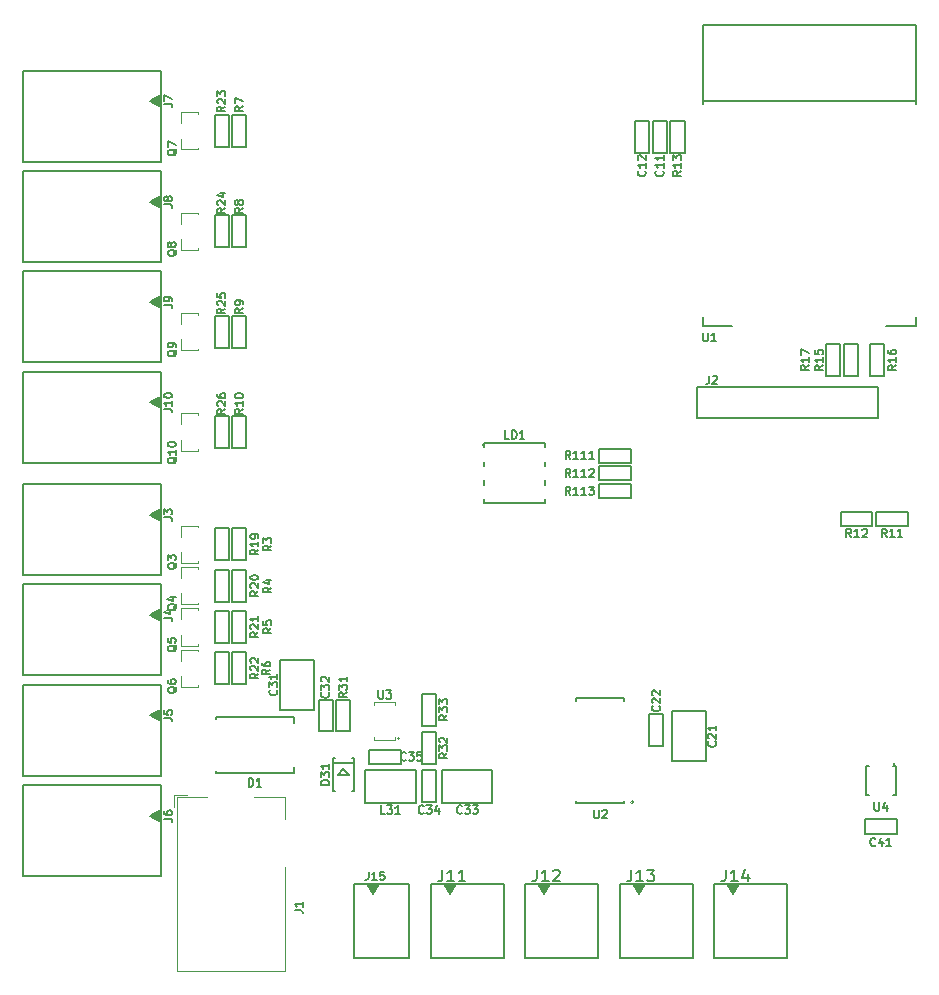
<source format=gbr>
G04 #@! TF.GenerationSoftware,KiCad,Pcbnew,5.0.2-bee76a0~70~ubuntu18.04.1*
G04 #@! TF.CreationDate,2019-07-19T10:20:09+02:00*
G04 #@! TF.ProjectId,Plant_monitoring_device,506c616e-745f-46d6-9f6e-69746f72696e,rev?*
G04 #@! TF.SameCoordinates,Original*
G04 #@! TF.FileFunction,Legend,Top*
G04 #@! TF.FilePolarity,Positive*
%FSLAX46Y46*%
G04 Gerber Fmt 4.6, Leading zero omitted, Abs format (unit mm)*
G04 Created by KiCad (PCBNEW 5.0.2-bee76a0~70~ubuntu18.04.1) date Fri 19 Jul 2019 10:20:09 CEST*
%MOMM*%
%LPD*%
G01*
G04 APERTURE LIST*
%ADD10C,0.150000*%
%ADD11C,0.100000*%
%ADD12C,0.120000*%
G04 APERTURE END LIST*
D10*
G04 #@! TO.C,U1*
X235950000Y-78500000D02*
X253950000Y-78500000D01*
X253950000Y-72000000D02*
X253950000Y-78750000D01*
X235950000Y-72000000D02*
X253950000Y-72000000D01*
X235950000Y-72000000D02*
X235950000Y-78750000D01*
X253950000Y-97500000D02*
X253950000Y-96750000D01*
X253950000Y-97500000D02*
X251450000Y-97500000D01*
X235950000Y-97500000D02*
X238450000Y-97500000D01*
X235950000Y-96750000D02*
X235950000Y-97500000D01*
X235950000Y-97500000D02*
X235950000Y-96750000D01*
G04 #@! TO.C,J15*
X206400000Y-144800000D02*
X211100000Y-144800000D01*
X211100000Y-144800000D02*
X211100000Y-151000000D01*
X211100000Y-151000000D02*
X206400000Y-151000000D01*
X206400000Y-151000000D02*
X206400000Y-144800000D01*
G36*
X207500000Y-144800000D02*
X208800000Y-144800000D01*
X208500000Y-144800000D01*
X208000000Y-145600000D01*
X207500000Y-144800000D01*
G37*
X207500000Y-144800000D02*
X208800000Y-144800000D01*
X208500000Y-144800000D01*
X208000000Y-145600000D01*
X207500000Y-144800000D01*
G04 #@! TO.C,J14*
G36*
X238000000Y-144800000D02*
X239300000Y-144800000D01*
X239000000Y-144800000D01*
X238500000Y-145600000D01*
X238000000Y-144800000D01*
G37*
X238000000Y-144800000D02*
X239300000Y-144800000D01*
X239000000Y-144800000D01*
X238500000Y-145600000D01*
X238000000Y-144800000D01*
X236900000Y-151000000D02*
X236900000Y-144800000D01*
X243100000Y-151000000D02*
X236900000Y-151000000D01*
X243100000Y-144800000D02*
X243100000Y-151000000D01*
X236900000Y-144800000D02*
X243100000Y-144800000D01*
G04 #@! TO.C,J13*
G36*
X230000000Y-144800000D02*
X231300000Y-144800000D01*
X231000000Y-144800000D01*
X230500000Y-145600000D01*
X230000000Y-144800000D01*
G37*
X230000000Y-144800000D02*
X231300000Y-144800000D01*
X231000000Y-144800000D01*
X230500000Y-145600000D01*
X230000000Y-144800000D01*
X228900000Y-151000000D02*
X228900000Y-144800000D01*
X235100000Y-151000000D02*
X228900000Y-151000000D01*
X235100000Y-144800000D02*
X235100000Y-151000000D01*
X228900000Y-144800000D02*
X235100000Y-144800000D01*
G04 #@! TO.C,J12*
G36*
X222000000Y-144800000D02*
X223300000Y-144800000D01*
X223000000Y-144800000D01*
X222500000Y-145600000D01*
X222000000Y-144800000D01*
G37*
X222000000Y-144800000D02*
X223300000Y-144800000D01*
X223000000Y-144800000D01*
X222500000Y-145600000D01*
X222000000Y-144800000D01*
X220900000Y-151000000D02*
X220900000Y-144800000D01*
X227100000Y-151000000D02*
X220900000Y-151000000D01*
X227100000Y-144800000D02*
X227100000Y-151000000D01*
X220900000Y-144800000D02*
X227100000Y-144800000D01*
G04 #@! TO.C,J11*
G36*
X214000000Y-144800000D02*
X215300000Y-144800000D01*
X215000000Y-144800000D01*
X214500000Y-145600000D01*
X214000000Y-144800000D01*
G37*
X214000000Y-144800000D02*
X215300000Y-144800000D01*
X215000000Y-144800000D01*
X214500000Y-145600000D01*
X214000000Y-144800000D01*
X212900000Y-151000000D02*
X212900000Y-144800000D01*
X219100000Y-151000000D02*
X212900000Y-151000000D01*
X219100000Y-144800000D02*
X219100000Y-151000000D01*
X212900000Y-144800000D02*
X219100000Y-144800000D01*
G04 #@! TO.C,C31*
X203025000Y-130025000D02*
X200175000Y-130025000D01*
X203025000Y-125775000D02*
X203025000Y-130025000D01*
X200175000Y-125775000D02*
X203025000Y-125775000D01*
X200175000Y-130025000D02*
X200175000Y-125775000D01*
G04 #@! TO.C,D1*
X194700000Y-135400000D02*
X201300000Y-135400000D01*
X201300000Y-135400000D02*
X201300000Y-134900000D01*
X194700000Y-135400000D02*
X194700000Y-135200000D01*
X201300000Y-130600000D02*
X194700000Y-130600000D01*
X201300000Y-130600000D02*
X201300000Y-131100000D01*
X194700000Y-130600000D02*
X194700000Y-130800000D01*
G04 #@! TO.C,R7*
X196100000Y-79650000D02*
X197300000Y-79650000D01*
X196100000Y-82350000D02*
X197300000Y-82350000D01*
X197300000Y-82350000D02*
X197300000Y-79650000D01*
X196100000Y-82350000D02*
X196100000Y-79650000D01*
G04 #@! TO.C,R26*
X194600000Y-105150000D02*
X195800000Y-105150000D01*
X194600000Y-107850000D02*
X195800000Y-107850000D01*
X195800000Y-107850000D02*
X195800000Y-105150000D01*
X194600000Y-107850000D02*
X194600000Y-105150000D01*
G04 #@! TO.C,R25*
X194600000Y-99350000D02*
X194600000Y-96650000D01*
X195800000Y-99350000D02*
X195800000Y-96650000D01*
X194600000Y-99350000D02*
X195800000Y-99350000D01*
X194600000Y-96650000D02*
X195800000Y-96650000D01*
G04 #@! TO.C,R24*
X194600000Y-88150000D02*
X195800000Y-88150000D01*
X194600000Y-90850000D02*
X195800000Y-90850000D01*
X195800000Y-90850000D02*
X195800000Y-88150000D01*
X194600000Y-90850000D02*
X194600000Y-88150000D01*
G04 #@! TO.C,R23*
X194600000Y-82350000D02*
X194600000Y-79650000D01*
X195800000Y-82350000D02*
X195800000Y-79650000D01*
X194600000Y-82350000D02*
X195800000Y-82350000D01*
X194600000Y-79650000D02*
X195800000Y-79650000D01*
G04 #@! TO.C,R22*
X194600000Y-125150000D02*
X195800000Y-125150000D01*
X194600000Y-127850000D02*
X195800000Y-127850000D01*
X195800000Y-127850000D02*
X195800000Y-125150000D01*
X194600000Y-127850000D02*
X194600000Y-125150000D01*
G04 #@! TO.C,R21*
X194600000Y-124350000D02*
X194600000Y-121650000D01*
X195800000Y-124350000D02*
X195800000Y-121650000D01*
X194600000Y-124350000D02*
X195800000Y-124350000D01*
X194600000Y-121650000D02*
X195800000Y-121650000D01*
G04 #@! TO.C,R20*
X194600000Y-118200000D02*
X195800000Y-118200000D01*
X194600000Y-120900000D02*
X195800000Y-120900000D01*
X195800000Y-120900000D02*
X195800000Y-118200000D01*
X194600000Y-120900000D02*
X194600000Y-118200000D01*
G04 #@! TO.C,R19*
X194600000Y-117350000D02*
X194600000Y-114650000D01*
X195800000Y-117350000D02*
X195800000Y-114650000D01*
X194600000Y-117350000D02*
X195800000Y-117350000D01*
X194600000Y-114650000D02*
X195800000Y-114650000D01*
G04 #@! TO.C,LD1*
X217450000Y-107450000D02*
X217450000Y-107800000D01*
X222550000Y-107450000D02*
X217450000Y-107450000D01*
X222550000Y-107450000D02*
X222550000Y-107800000D01*
X222550000Y-109000000D02*
X222550000Y-109400000D01*
X222550000Y-110600000D02*
X222550000Y-111000000D01*
X217450000Y-111000000D02*
X217450000Y-110600000D01*
X217450000Y-109400000D02*
X217450000Y-109000000D01*
X217450000Y-107800000D02*
G75*
G02X217450000Y-107450000I0J175000D01*
G01*
D11*
X217425746Y-107722014D02*
G75*
G02X217450000Y-107525000I24254J97014D01*
G01*
D10*
X222550000Y-112550000D02*
X222550000Y-112200000D01*
X217450000Y-112550000D02*
X222550000Y-112550000D01*
X217450000Y-112550000D02*
X217450000Y-112200000D01*
G04 #@! TO.C,R113*
X229850000Y-112100000D02*
X227150000Y-112100000D01*
X229850000Y-110900000D02*
X227150000Y-110900000D01*
X229850000Y-112100000D02*
X229850000Y-110900000D01*
X227150000Y-112100000D02*
X227150000Y-110900000D01*
G04 #@! TO.C,R111*
X227150000Y-109100000D02*
X227150000Y-107900000D01*
X229850000Y-109100000D02*
X229850000Y-107900000D01*
X229850000Y-107900000D02*
X227150000Y-107900000D01*
X229850000Y-109100000D02*
X227150000Y-109100000D01*
G04 #@! TO.C,R112*
X229850000Y-110600000D02*
X227150000Y-110600000D01*
X229850000Y-109400000D02*
X227150000Y-109400000D01*
X229850000Y-110600000D02*
X229850000Y-109400000D01*
X227150000Y-110600000D02*
X227150000Y-109400000D01*
G04 #@! TO.C,R13*
X234400000Y-80200000D02*
X234400000Y-82900000D01*
X233200000Y-80200000D02*
X233200000Y-82900000D01*
X234400000Y-80200000D02*
X233200000Y-80200000D01*
X234400000Y-82900000D02*
X233200000Y-82900000D01*
G04 #@! TO.C,R17*
X247550000Y-101750000D02*
X246350000Y-101750000D01*
X247550000Y-99050000D02*
X246350000Y-99050000D01*
X246350000Y-99050000D02*
X246350000Y-101750000D01*
X247550000Y-99050000D02*
X247550000Y-101750000D01*
G04 #@! TO.C,R15*
X247850000Y-101750000D02*
X247850000Y-99050000D01*
X249050000Y-101750000D02*
X249050000Y-99050000D01*
X247850000Y-101750000D02*
X249050000Y-101750000D01*
X247850000Y-99050000D02*
X249050000Y-99050000D01*
G04 #@! TO.C,R16*
X251275000Y-99050000D02*
X251275000Y-101750000D01*
X250075000Y-99050000D02*
X250075000Y-101750000D01*
X251275000Y-99050000D02*
X250075000Y-99050000D01*
X251275000Y-101750000D02*
X250075000Y-101750000D01*
G04 #@! TO.C,R11*
X250600000Y-114500000D02*
X250600000Y-113300000D01*
X253300000Y-114500000D02*
X253300000Y-113300000D01*
X253300000Y-113300000D02*
X250600000Y-113300000D01*
X253300000Y-114500000D02*
X250600000Y-114500000D01*
G04 #@! TO.C,R12*
X247600000Y-113300000D02*
X250300000Y-113300000D01*
X247600000Y-114500000D02*
X250300000Y-114500000D01*
X247600000Y-113300000D02*
X247600000Y-114500000D01*
X250300000Y-113300000D02*
X250300000Y-114500000D01*
G04 #@! TO.C,C22*
X232600000Y-130400000D02*
X232600000Y-133100000D01*
X232600000Y-133100000D02*
X231400000Y-133100000D01*
X231400000Y-130400000D02*
X231400000Y-133100000D01*
X232600000Y-130400000D02*
X231400000Y-130400000D01*
G04 #@! TO.C,C21*
X236175000Y-130125000D02*
X236175000Y-134375000D01*
X236175000Y-134375000D02*
X233325000Y-134375000D01*
X233325000Y-134375000D02*
X233325000Y-130125000D01*
X233325000Y-130125000D02*
X236175000Y-130125000D01*
G04 #@! TO.C,C33*
X213875000Y-135075000D02*
X218125000Y-135075000D01*
X218125000Y-135075000D02*
X218125000Y-137925000D01*
X218125000Y-137925000D02*
X213875000Y-137925000D01*
X213875000Y-137925000D02*
X213875000Y-135075000D01*
G04 #@! TO.C,D31*
X206400000Y-134500000D02*
X204600000Y-134500000D01*
X205050000Y-135500000D02*
X205500000Y-135050000D01*
X205950000Y-135500000D02*
X205050000Y-135500000D01*
X205500000Y-135050000D02*
X205950000Y-135500000D01*
X204600000Y-136900000D02*
X204800000Y-136900000D01*
X204600000Y-134100000D02*
X204800000Y-134100000D01*
X204600000Y-136900000D02*
X204600000Y-134100000D01*
X206400000Y-134100000D02*
X206200000Y-134100000D01*
X206400000Y-136900000D02*
X206200000Y-136900000D01*
X206400000Y-134100000D02*
X206400000Y-136900000D01*
G04 #@! TO.C,C35*
X210350000Y-134600000D02*
X207650000Y-134600000D01*
X207650000Y-134600000D02*
X207650000Y-133400000D01*
X210350000Y-133400000D02*
X207650000Y-133400000D01*
X210350000Y-134600000D02*
X210350000Y-133400000D01*
G04 #@! TO.C,L31*
X207375000Y-135075000D02*
X211625000Y-135075000D01*
X211625000Y-135075000D02*
X211625000Y-137925000D01*
X211625000Y-137925000D02*
X207375000Y-137925000D01*
X207375000Y-137925000D02*
X207375000Y-135075000D01*
G04 #@! TO.C,R31*
X204900000Y-131850000D02*
X204900000Y-129150000D01*
X206100000Y-131850000D02*
X206100000Y-129150000D01*
X204900000Y-131850000D02*
X206100000Y-131850000D01*
X204900000Y-129150000D02*
X206100000Y-129150000D01*
G04 #@! TO.C,R32*
X212150000Y-131900000D02*
X213350000Y-131900000D01*
X212150000Y-134600000D02*
X213350000Y-134600000D01*
X213350000Y-134600000D02*
X213350000Y-131900000D01*
X212150000Y-134600000D02*
X212150000Y-131900000D01*
G04 #@! TO.C,R33*
X212150000Y-131350000D02*
X212150000Y-128650000D01*
X213350000Y-131350000D02*
X213350000Y-128650000D01*
X212150000Y-131350000D02*
X213350000Y-131350000D01*
X212150000Y-128650000D02*
X213350000Y-128650000D01*
G04 #@! TO.C,U2*
X229300000Y-129050000D02*
X225200000Y-129050000D01*
X225200000Y-129050000D02*
X225200000Y-129250000D01*
X229300000Y-129050000D02*
X229300000Y-129250000D01*
X225200000Y-137950000D02*
X225200000Y-137750000D01*
X229300000Y-137950000D02*
X229300000Y-137750000D01*
X225200000Y-137950000D02*
X229300000Y-137950000D01*
D11*
X230100000Y-137850000D02*
G75*
G03X230100000Y-137850000I-150000J0D01*
G01*
X230000000Y-137850000D02*
G75*
G03X230000000Y-137850000I-50000J0D01*
G01*
D12*
G04 #@! TO.C,U3*
X209900000Y-129390000D02*
X208100000Y-129390000D01*
X208100000Y-129390000D02*
X208100000Y-129640000D01*
X209900000Y-129390000D02*
X209900000Y-129640000D01*
X208100000Y-132610000D02*
X209900000Y-132610000D01*
X209900000Y-132610000D02*
X209900000Y-132360000D01*
X208100000Y-132610000D02*
X208100000Y-132360000D01*
D10*
X210248102Y-132448102D02*
G75*
G03X210248102Y-132448102I-78102J0D01*
G01*
G04 #@! TO.C,J10*
G36*
X190100000Y-103500000D02*
X190100000Y-104500000D01*
X189100000Y-104000000D01*
X190100000Y-103500000D01*
G37*
X190100000Y-103500000D02*
X190100000Y-104500000D01*
X189100000Y-104000000D01*
X190100000Y-103500000D01*
X178400000Y-101400000D02*
X178400000Y-109100000D01*
X190100000Y-109100000D02*
X190100000Y-101400000D01*
X190100000Y-109100000D02*
X178400000Y-109100000D01*
X190100000Y-101400000D02*
X178400000Y-101400000D01*
G04 #@! TO.C,J9*
X190100000Y-92900000D02*
X178400000Y-92900000D01*
X190100000Y-100600000D02*
X178400000Y-100600000D01*
X190100000Y-100600000D02*
X190100000Y-92900000D01*
X178400000Y-92900000D02*
X178400000Y-100600000D01*
G36*
X190100000Y-95000000D02*
X190100000Y-96000000D01*
X189100000Y-95500000D01*
X190100000Y-95000000D01*
G37*
X190100000Y-95000000D02*
X190100000Y-96000000D01*
X189100000Y-95500000D01*
X190100000Y-95000000D01*
G04 #@! TO.C,J8*
G36*
X190100000Y-86500000D02*
X190100000Y-87500000D01*
X189100000Y-87000000D01*
X190100000Y-86500000D01*
G37*
X190100000Y-86500000D02*
X190100000Y-87500000D01*
X189100000Y-87000000D01*
X190100000Y-86500000D01*
X178400000Y-84400000D02*
X178400000Y-92100000D01*
X190100000Y-92100000D02*
X190100000Y-84400000D01*
X190100000Y-92100000D02*
X178400000Y-92100000D01*
X190100000Y-84400000D02*
X178400000Y-84400000D01*
G04 #@! TO.C,J7*
X190100000Y-75900000D02*
X178400000Y-75900000D01*
X190100000Y-83600000D02*
X178400000Y-83600000D01*
X190100000Y-83600000D02*
X190100000Y-75900000D01*
X178400000Y-75900000D02*
X178400000Y-83600000D01*
G36*
X190100000Y-78000000D02*
X190100000Y-79000000D01*
X189100000Y-78500000D01*
X190100000Y-78000000D01*
G37*
X190100000Y-78000000D02*
X190100000Y-79000000D01*
X189100000Y-78500000D01*
X190100000Y-78000000D01*
G04 #@! TO.C,J6*
G36*
X190100000Y-138500000D02*
X190100000Y-139500000D01*
X189100000Y-139000000D01*
X190100000Y-138500000D01*
G37*
X190100000Y-138500000D02*
X190100000Y-139500000D01*
X189100000Y-139000000D01*
X190100000Y-138500000D01*
X178400000Y-136400000D02*
X178400000Y-144100000D01*
X190100000Y-144100000D02*
X190100000Y-136400000D01*
X190100000Y-144100000D02*
X178400000Y-144100000D01*
X190100000Y-136400000D02*
X178400000Y-136400000D01*
G04 #@! TO.C,J5*
X190100000Y-127900000D02*
X178400000Y-127900000D01*
X190100000Y-135600000D02*
X178400000Y-135600000D01*
X190100000Y-135600000D02*
X190100000Y-127900000D01*
X178400000Y-127900000D02*
X178400000Y-135600000D01*
G36*
X190100000Y-130000000D02*
X190100000Y-131000000D01*
X189100000Y-130500000D01*
X190100000Y-130000000D01*
G37*
X190100000Y-130000000D02*
X190100000Y-131000000D01*
X189100000Y-130500000D01*
X190100000Y-130000000D01*
G04 #@! TO.C,J4*
G36*
X190100000Y-121500000D02*
X190100000Y-122500000D01*
X189100000Y-122000000D01*
X190100000Y-121500000D01*
G37*
X190100000Y-121500000D02*
X190100000Y-122500000D01*
X189100000Y-122000000D01*
X190100000Y-121500000D01*
X178400000Y-119400000D02*
X178400000Y-127100000D01*
X190100000Y-127100000D02*
X190100000Y-119400000D01*
X190100000Y-127100000D02*
X178400000Y-127100000D01*
X190100000Y-119400000D02*
X178400000Y-119400000D01*
G04 #@! TO.C,J3*
X190100000Y-110900000D02*
X178400000Y-110900000D01*
X190100000Y-118600000D02*
X178400000Y-118600000D01*
X190100000Y-118600000D02*
X190100000Y-110900000D01*
X178400000Y-110900000D02*
X178400000Y-118600000D01*
G36*
X190100000Y-113000000D02*
X190100000Y-114000000D01*
X189100000Y-113500000D01*
X190100000Y-113000000D01*
G37*
X190100000Y-113000000D02*
X190100000Y-114000000D01*
X189100000Y-113500000D01*
X190100000Y-113000000D01*
G04 #@! TO.C,J2*
X235450000Y-102700000D02*
X235450000Y-105300000D01*
X235450000Y-105300000D02*
X250750000Y-105300000D01*
X250750000Y-105300000D02*
X250750000Y-102700000D01*
X250750000Y-102700000D02*
X235450000Y-102700000D01*
D12*
G04 #@! TO.C,J1*
X191400000Y-137400000D02*
X194000000Y-137400000D01*
X191400000Y-152100000D02*
X191400000Y-137400000D01*
X200600000Y-137400000D02*
X200600000Y-139300000D01*
X197900000Y-137400000D02*
X200600000Y-137400000D01*
X200600000Y-152100000D02*
X191400000Y-152100000D01*
X200600000Y-143300000D02*
X200600000Y-152100000D01*
X191200000Y-138250000D02*
X191200000Y-137200000D01*
X192250000Y-137200000D02*
X191200000Y-137200000D01*
D10*
G04 #@! TO.C,C32*
X203400000Y-131850000D02*
X203400000Y-129150000D01*
X203400000Y-129150000D02*
X204600000Y-129150000D01*
X204600000Y-131850000D02*
X204600000Y-129150000D01*
X203400000Y-131850000D02*
X204600000Y-131850000D01*
G04 #@! TO.C,C12*
X231400000Y-80200000D02*
X230200000Y-80200000D01*
X230200000Y-80200000D02*
X230200000Y-82900000D01*
X231400000Y-82900000D02*
X230200000Y-82900000D01*
X231400000Y-80200000D02*
X231400000Y-82900000D01*
G04 #@! TO.C,C11*
X232900000Y-80200000D02*
X232900000Y-82900000D01*
X232900000Y-82900000D02*
X231700000Y-82900000D01*
X231700000Y-80200000D02*
X231700000Y-82900000D01*
X232900000Y-80200000D02*
X231700000Y-80200000D01*
G04 #@! TO.C,C34*
X213350000Y-135150000D02*
X212150000Y-135150000D01*
X212150000Y-135150000D02*
X212150000Y-137850000D01*
X213350000Y-137850000D02*
X212150000Y-137850000D01*
X213350000Y-135150000D02*
X213350000Y-137850000D01*
G04 #@! TO.C,C41*
X249671824Y-139302855D02*
X252371824Y-139302855D01*
X252371824Y-139302855D02*
X252371824Y-140502855D01*
X249671824Y-140502855D02*
X252371824Y-140502855D01*
X249671824Y-139302855D02*
X249671824Y-140502855D01*
G04 #@! TO.C,R6*
X196100000Y-127850000D02*
X196100000Y-125150000D01*
X197300000Y-127850000D02*
X197300000Y-125150000D01*
X196100000Y-127850000D02*
X197300000Y-127850000D01*
X196100000Y-125150000D02*
X197300000Y-125150000D01*
G04 #@! TO.C,R5*
X196100000Y-121650000D02*
X197300000Y-121650000D01*
X196100000Y-124350000D02*
X197300000Y-124350000D01*
X197300000Y-124350000D02*
X197300000Y-121650000D01*
X196100000Y-124350000D02*
X196100000Y-121650000D01*
G04 #@! TO.C,R4*
X196100000Y-120900000D02*
X196100000Y-118200000D01*
X197300000Y-120900000D02*
X197300000Y-118200000D01*
X196100000Y-120900000D02*
X197300000Y-120900000D01*
X196100000Y-118200000D02*
X197300000Y-118200000D01*
G04 #@! TO.C,R8*
X196100000Y-90850000D02*
X196100000Y-88150000D01*
X197300000Y-90850000D02*
X197300000Y-88150000D01*
X196100000Y-90850000D02*
X197300000Y-90850000D01*
X196100000Y-88150000D02*
X197300000Y-88150000D01*
G04 #@! TO.C,R9*
X196100000Y-96650000D02*
X197300000Y-96650000D01*
X196100000Y-99350000D02*
X197300000Y-99350000D01*
X197300000Y-99350000D02*
X197300000Y-96650000D01*
X196100000Y-99350000D02*
X196100000Y-96650000D01*
G04 #@! TO.C,R10*
X196100000Y-107850000D02*
X196100000Y-105150000D01*
X197300000Y-107850000D02*
X197300000Y-105150000D01*
X196100000Y-107850000D02*
X197300000Y-107850000D01*
X196100000Y-105150000D02*
X197300000Y-105150000D01*
G04 #@! TO.C,R3*
X196100000Y-117350000D02*
X196100000Y-114650000D01*
X197300000Y-117350000D02*
X197300000Y-114650000D01*
X196100000Y-117350000D02*
X197300000Y-117350000D01*
X196100000Y-114650000D02*
X197300000Y-114650000D01*
D12*
G04 #@! TO.C,Q3*
X191740000Y-114420000D02*
X191740000Y-115350000D01*
X191740000Y-117580000D02*
X191740000Y-116650000D01*
X191740000Y-117580000D02*
X193200000Y-117580000D01*
X193200000Y-117580000D02*
X193200000Y-117440000D01*
X191740000Y-114420000D02*
X193200000Y-114420000D01*
X193200000Y-114420000D02*
X193200000Y-114560000D01*
G04 #@! TO.C,Q10*
X193200000Y-104920000D02*
X193200000Y-105060000D01*
X191740000Y-104920000D02*
X193200000Y-104920000D01*
X193200000Y-108080000D02*
X193200000Y-107940000D01*
X191740000Y-108080000D02*
X193200000Y-108080000D01*
X191740000Y-108080000D02*
X191740000Y-107150000D01*
X191740000Y-104920000D02*
X191740000Y-105850000D01*
G04 #@! TO.C,Q9*
X191740000Y-96420000D02*
X191740000Y-97350000D01*
X191740000Y-99580000D02*
X191740000Y-98650000D01*
X191740000Y-99580000D02*
X193200000Y-99580000D01*
X193200000Y-99580000D02*
X193200000Y-99440000D01*
X191740000Y-96420000D02*
X193200000Y-96420000D01*
X193200000Y-96420000D02*
X193200000Y-96560000D01*
G04 #@! TO.C,Q8*
X193200000Y-87920000D02*
X193200000Y-88060000D01*
X191740000Y-87920000D02*
X193200000Y-87920000D01*
X193200000Y-91080000D02*
X193200000Y-90940000D01*
X191740000Y-91080000D02*
X193200000Y-91080000D01*
X191740000Y-91080000D02*
X191740000Y-90150000D01*
X191740000Y-87920000D02*
X191740000Y-88850000D01*
G04 #@! TO.C,Q7*
X191740000Y-79420000D02*
X191740000Y-80350000D01*
X191740000Y-82580000D02*
X191740000Y-81650000D01*
X191740000Y-82580000D02*
X193200000Y-82580000D01*
X193200000Y-82580000D02*
X193200000Y-82440000D01*
X191740000Y-79420000D02*
X193200000Y-79420000D01*
X193200000Y-79420000D02*
X193200000Y-79560000D01*
G04 #@! TO.C,Q6*
X193200000Y-124920000D02*
X193200000Y-125060000D01*
X191740000Y-124920000D02*
X193200000Y-124920000D01*
X193200000Y-128080000D02*
X193200000Y-127940000D01*
X191740000Y-128080000D02*
X193200000Y-128080000D01*
X191740000Y-128080000D02*
X191740000Y-127150000D01*
X191740000Y-124920000D02*
X191740000Y-125850000D01*
G04 #@! TO.C,Q5*
X191740000Y-121420000D02*
X191740000Y-122350000D01*
X191740000Y-124580000D02*
X191740000Y-123650000D01*
X191740000Y-124580000D02*
X193200000Y-124580000D01*
X193200000Y-124580000D02*
X193200000Y-124440000D01*
X191740000Y-121420000D02*
X193200000Y-121420000D01*
X193200000Y-121420000D02*
X193200000Y-121560000D01*
G04 #@! TO.C,Q4*
X193200000Y-117920000D02*
X193200000Y-118060000D01*
X191740000Y-117920000D02*
X193200000Y-117920000D01*
X193200000Y-121080000D02*
X193200000Y-120940000D01*
X191740000Y-121080000D02*
X193200000Y-121080000D01*
X191740000Y-121080000D02*
X191740000Y-120150000D01*
X191740000Y-117920000D02*
X191740000Y-118850000D01*
D10*
G04 #@! TO.C,U4*
X252271824Y-134752855D02*
X252021824Y-134752855D01*
X252271824Y-134752855D02*
X252271824Y-137252855D01*
X252271824Y-137252855D02*
X252021824Y-137252855D01*
X249771824Y-134752855D02*
X250021824Y-134752855D01*
X249771824Y-137252855D02*
X250021824Y-137252855D01*
X249771824Y-137252855D02*
X249771824Y-134752855D01*
X252192535Y-134602855D02*
G75*
G03X252192535Y-134602855I-70711J0D01*
G01*
G04 #@! TO.C,U1*
X235966666Y-98116666D02*
X235966666Y-98683333D01*
X236000000Y-98750000D01*
X236033333Y-98783333D01*
X236100000Y-98816666D01*
X236233333Y-98816666D01*
X236300000Y-98783333D01*
X236333333Y-98750000D01*
X236366666Y-98683333D01*
X236366666Y-98116666D01*
X237066666Y-98816666D02*
X236666666Y-98816666D01*
X236866666Y-98816666D02*
X236866666Y-98116666D01*
X236800000Y-98216666D01*
X236733333Y-98283333D01*
X236666666Y-98316666D01*
G04 #@! TO.C,J15*
X207633333Y-143716666D02*
X207633333Y-144216666D01*
X207600000Y-144316666D01*
X207533333Y-144383333D01*
X207433333Y-144416666D01*
X207366666Y-144416666D01*
X208333333Y-144416666D02*
X207933333Y-144416666D01*
X208133333Y-144416666D02*
X208133333Y-143716666D01*
X208066666Y-143816666D01*
X208000000Y-143883333D01*
X207933333Y-143916666D01*
X208966666Y-143716666D02*
X208633333Y-143716666D01*
X208600000Y-144050000D01*
X208633333Y-144016666D01*
X208700000Y-143983333D01*
X208866666Y-143983333D01*
X208933333Y-144016666D01*
X208966666Y-144050000D01*
X209000000Y-144116666D01*
X209000000Y-144283333D01*
X208966666Y-144350000D01*
X208933333Y-144383333D01*
X208866666Y-144416666D01*
X208700000Y-144416666D01*
X208633333Y-144383333D01*
X208600000Y-144350000D01*
G04 #@! TO.C,J14*
X237890476Y-143552380D02*
X237890476Y-144266666D01*
X237842857Y-144409523D01*
X237747619Y-144504761D01*
X237604761Y-144552380D01*
X237509523Y-144552380D01*
X238890476Y-144552380D02*
X238319047Y-144552380D01*
X238604761Y-144552380D02*
X238604761Y-143552380D01*
X238509523Y-143695238D01*
X238414285Y-143790476D01*
X238319047Y-143838095D01*
X239747619Y-143885714D02*
X239747619Y-144552380D01*
X239509523Y-143504761D02*
X239271428Y-144219047D01*
X239890476Y-144219047D01*
G04 #@! TO.C,J13*
X229890476Y-143552380D02*
X229890476Y-144266666D01*
X229842857Y-144409523D01*
X229747619Y-144504761D01*
X229604761Y-144552380D01*
X229509523Y-144552380D01*
X230890476Y-144552380D02*
X230319047Y-144552380D01*
X230604761Y-144552380D02*
X230604761Y-143552380D01*
X230509523Y-143695238D01*
X230414285Y-143790476D01*
X230319047Y-143838095D01*
X231223809Y-143552380D02*
X231842857Y-143552380D01*
X231509523Y-143933333D01*
X231652380Y-143933333D01*
X231747619Y-143980952D01*
X231795238Y-144028571D01*
X231842857Y-144123809D01*
X231842857Y-144361904D01*
X231795238Y-144457142D01*
X231747619Y-144504761D01*
X231652380Y-144552380D01*
X231366666Y-144552380D01*
X231271428Y-144504761D01*
X231223809Y-144457142D01*
G04 #@! TO.C,J12*
X221890476Y-143552380D02*
X221890476Y-144266666D01*
X221842857Y-144409523D01*
X221747619Y-144504761D01*
X221604761Y-144552380D01*
X221509523Y-144552380D01*
X222890476Y-144552380D02*
X222319047Y-144552380D01*
X222604761Y-144552380D02*
X222604761Y-143552380D01*
X222509523Y-143695238D01*
X222414285Y-143790476D01*
X222319047Y-143838095D01*
X223271428Y-143647619D02*
X223319047Y-143600000D01*
X223414285Y-143552380D01*
X223652380Y-143552380D01*
X223747619Y-143600000D01*
X223795238Y-143647619D01*
X223842857Y-143742857D01*
X223842857Y-143838095D01*
X223795238Y-143980952D01*
X223223809Y-144552380D01*
X223842857Y-144552380D01*
G04 #@! TO.C,J11*
X213890476Y-143552380D02*
X213890476Y-144266666D01*
X213842857Y-144409523D01*
X213747619Y-144504761D01*
X213604761Y-144552380D01*
X213509523Y-144552380D01*
X214890476Y-144552380D02*
X214319047Y-144552380D01*
X214604761Y-144552380D02*
X214604761Y-143552380D01*
X214509523Y-143695238D01*
X214414285Y-143790476D01*
X214319047Y-143838095D01*
X215842857Y-144552380D02*
X215271428Y-144552380D01*
X215557142Y-144552380D02*
X215557142Y-143552380D01*
X215461904Y-143695238D01*
X215366666Y-143790476D01*
X215271428Y-143838095D01*
G04 #@! TO.C,C31*
X199850000Y-128350000D02*
X199883333Y-128383333D01*
X199916666Y-128483333D01*
X199916666Y-128550000D01*
X199883333Y-128650000D01*
X199816666Y-128716666D01*
X199750000Y-128750000D01*
X199616666Y-128783333D01*
X199516666Y-128783333D01*
X199383333Y-128750000D01*
X199316666Y-128716666D01*
X199250000Y-128650000D01*
X199216666Y-128550000D01*
X199216666Y-128483333D01*
X199250000Y-128383333D01*
X199283333Y-128350000D01*
X199216666Y-128116666D02*
X199216666Y-127683333D01*
X199483333Y-127916666D01*
X199483333Y-127816666D01*
X199516666Y-127750000D01*
X199550000Y-127716666D01*
X199616666Y-127683333D01*
X199783333Y-127683333D01*
X199850000Y-127716666D01*
X199883333Y-127750000D01*
X199916666Y-127816666D01*
X199916666Y-128016666D01*
X199883333Y-128083333D01*
X199850000Y-128116666D01*
X199916666Y-127016666D02*
X199916666Y-127416666D01*
X199916666Y-127216666D02*
X199216666Y-127216666D01*
X199316666Y-127283333D01*
X199383333Y-127350000D01*
X199416666Y-127416666D01*
G04 #@! TO.C,D1*
X197483333Y-136516666D02*
X197483333Y-135816666D01*
X197650000Y-135816666D01*
X197750000Y-135850000D01*
X197816666Y-135916666D01*
X197850000Y-135983333D01*
X197883333Y-136116666D01*
X197883333Y-136216666D01*
X197850000Y-136350000D01*
X197816666Y-136416666D01*
X197750000Y-136483333D01*
X197650000Y-136516666D01*
X197483333Y-136516666D01*
X198550000Y-136516666D02*
X198150000Y-136516666D01*
X198350000Y-136516666D02*
X198350000Y-135816666D01*
X198283333Y-135916666D01*
X198216666Y-135983333D01*
X198150000Y-136016666D01*
G04 #@! TO.C,R7*
X197016666Y-78916666D02*
X196683333Y-79150000D01*
X197016666Y-79316666D02*
X196316666Y-79316666D01*
X196316666Y-79050000D01*
X196350000Y-78983333D01*
X196383333Y-78950000D01*
X196450000Y-78916666D01*
X196550000Y-78916666D01*
X196616666Y-78950000D01*
X196650000Y-78983333D01*
X196683333Y-79050000D01*
X196683333Y-79316666D01*
X196316666Y-78683333D02*
X196316666Y-78216666D01*
X197016666Y-78516666D01*
G04 #@! TO.C,R26*
X195516666Y-104550000D02*
X195183333Y-104783333D01*
X195516666Y-104950000D02*
X194816666Y-104950000D01*
X194816666Y-104683333D01*
X194850000Y-104616666D01*
X194883333Y-104583333D01*
X194950000Y-104550000D01*
X195050000Y-104550000D01*
X195116666Y-104583333D01*
X195150000Y-104616666D01*
X195183333Y-104683333D01*
X195183333Y-104950000D01*
X194883333Y-104283333D02*
X194850000Y-104250000D01*
X194816666Y-104183333D01*
X194816666Y-104016666D01*
X194850000Y-103950000D01*
X194883333Y-103916666D01*
X194950000Y-103883333D01*
X195016666Y-103883333D01*
X195116666Y-103916666D01*
X195516666Y-104316666D01*
X195516666Y-103883333D01*
X194816666Y-103283333D02*
X194816666Y-103416666D01*
X194850000Y-103483333D01*
X194883333Y-103516666D01*
X194983333Y-103583333D01*
X195116666Y-103616666D01*
X195383333Y-103616666D01*
X195450000Y-103583333D01*
X195483333Y-103550000D01*
X195516666Y-103483333D01*
X195516666Y-103350000D01*
X195483333Y-103283333D01*
X195450000Y-103250000D01*
X195383333Y-103216666D01*
X195216666Y-103216666D01*
X195150000Y-103250000D01*
X195116666Y-103283333D01*
X195083333Y-103350000D01*
X195083333Y-103483333D01*
X195116666Y-103550000D01*
X195150000Y-103583333D01*
X195216666Y-103616666D01*
G04 #@! TO.C,R25*
X195516666Y-96050000D02*
X195183333Y-96283333D01*
X195516666Y-96450000D02*
X194816666Y-96450000D01*
X194816666Y-96183333D01*
X194850000Y-96116666D01*
X194883333Y-96083333D01*
X194950000Y-96050000D01*
X195050000Y-96050000D01*
X195116666Y-96083333D01*
X195150000Y-96116666D01*
X195183333Y-96183333D01*
X195183333Y-96450000D01*
X194883333Y-95783333D02*
X194850000Y-95750000D01*
X194816666Y-95683333D01*
X194816666Y-95516666D01*
X194850000Y-95450000D01*
X194883333Y-95416666D01*
X194950000Y-95383333D01*
X195016666Y-95383333D01*
X195116666Y-95416666D01*
X195516666Y-95816666D01*
X195516666Y-95383333D01*
X194816666Y-94750000D02*
X194816666Y-95083333D01*
X195150000Y-95116666D01*
X195116666Y-95083333D01*
X195083333Y-95016666D01*
X195083333Y-94850000D01*
X195116666Y-94783333D01*
X195150000Y-94750000D01*
X195216666Y-94716666D01*
X195383333Y-94716666D01*
X195450000Y-94750000D01*
X195483333Y-94783333D01*
X195516666Y-94850000D01*
X195516666Y-95016666D01*
X195483333Y-95083333D01*
X195450000Y-95116666D01*
G04 #@! TO.C,R24*
X195516666Y-87550000D02*
X195183333Y-87783333D01*
X195516666Y-87950000D02*
X194816666Y-87950000D01*
X194816666Y-87683333D01*
X194850000Y-87616666D01*
X194883333Y-87583333D01*
X194950000Y-87550000D01*
X195050000Y-87550000D01*
X195116666Y-87583333D01*
X195150000Y-87616666D01*
X195183333Y-87683333D01*
X195183333Y-87950000D01*
X194883333Y-87283333D02*
X194850000Y-87250000D01*
X194816666Y-87183333D01*
X194816666Y-87016666D01*
X194850000Y-86950000D01*
X194883333Y-86916666D01*
X194950000Y-86883333D01*
X195016666Y-86883333D01*
X195116666Y-86916666D01*
X195516666Y-87316666D01*
X195516666Y-86883333D01*
X195050000Y-86283333D02*
X195516666Y-86283333D01*
X194783333Y-86450000D02*
X195283333Y-86616666D01*
X195283333Y-86183333D01*
G04 #@! TO.C,R23*
X195516666Y-78950000D02*
X195183333Y-79183333D01*
X195516666Y-79350000D02*
X194816666Y-79350000D01*
X194816666Y-79083333D01*
X194850000Y-79016666D01*
X194883333Y-78983333D01*
X194950000Y-78950000D01*
X195050000Y-78950000D01*
X195116666Y-78983333D01*
X195150000Y-79016666D01*
X195183333Y-79083333D01*
X195183333Y-79350000D01*
X194883333Y-78683333D02*
X194850000Y-78650000D01*
X194816666Y-78583333D01*
X194816666Y-78416666D01*
X194850000Y-78350000D01*
X194883333Y-78316666D01*
X194950000Y-78283333D01*
X195016666Y-78283333D01*
X195116666Y-78316666D01*
X195516666Y-78716666D01*
X195516666Y-78283333D01*
X194816666Y-78050000D02*
X194816666Y-77616666D01*
X195083333Y-77850000D01*
X195083333Y-77750000D01*
X195116666Y-77683333D01*
X195150000Y-77650000D01*
X195216666Y-77616666D01*
X195383333Y-77616666D01*
X195450000Y-77650000D01*
X195483333Y-77683333D01*
X195516666Y-77750000D01*
X195516666Y-77950000D01*
X195483333Y-78016666D01*
X195450000Y-78050000D01*
G04 #@! TO.C,R22*
X198316666Y-126950000D02*
X197983333Y-127183333D01*
X198316666Y-127350000D02*
X197616666Y-127350000D01*
X197616666Y-127083333D01*
X197650000Y-127016666D01*
X197683333Y-126983333D01*
X197750000Y-126950000D01*
X197850000Y-126950000D01*
X197916666Y-126983333D01*
X197950000Y-127016666D01*
X197983333Y-127083333D01*
X197983333Y-127350000D01*
X197683333Y-126683333D02*
X197650000Y-126650000D01*
X197616666Y-126583333D01*
X197616666Y-126416666D01*
X197650000Y-126350000D01*
X197683333Y-126316666D01*
X197750000Y-126283333D01*
X197816666Y-126283333D01*
X197916666Y-126316666D01*
X198316666Y-126716666D01*
X198316666Y-126283333D01*
X197683333Y-126016666D02*
X197650000Y-125983333D01*
X197616666Y-125916666D01*
X197616666Y-125750000D01*
X197650000Y-125683333D01*
X197683333Y-125650000D01*
X197750000Y-125616666D01*
X197816666Y-125616666D01*
X197916666Y-125650000D01*
X198316666Y-126050000D01*
X198316666Y-125616666D01*
G04 #@! TO.C,R21*
X198316666Y-123450000D02*
X197983333Y-123683333D01*
X198316666Y-123850000D02*
X197616666Y-123850000D01*
X197616666Y-123583333D01*
X197650000Y-123516666D01*
X197683333Y-123483333D01*
X197750000Y-123450000D01*
X197850000Y-123450000D01*
X197916666Y-123483333D01*
X197950000Y-123516666D01*
X197983333Y-123583333D01*
X197983333Y-123850000D01*
X197683333Y-123183333D02*
X197650000Y-123150000D01*
X197616666Y-123083333D01*
X197616666Y-122916666D01*
X197650000Y-122850000D01*
X197683333Y-122816666D01*
X197750000Y-122783333D01*
X197816666Y-122783333D01*
X197916666Y-122816666D01*
X198316666Y-123216666D01*
X198316666Y-122783333D01*
X198316666Y-122116666D02*
X198316666Y-122516666D01*
X198316666Y-122316666D02*
X197616666Y-122316666D01*
X197716666Y-122383333D01*
X197783333Y-122450000D01*
X197816666Y-122516666D01*
G04 #@! TO.C,R20*
X198316666Y-119950000D02*
X197983333Y-120183333D01*
X198316666Y-120350000D02*
X197616666Y-120350000D01*
X197616666Y-120083333D01*
X197650000Y-120016666D01*
X197683333Y-119983333D01*
X197750000Y-119950000D01*
X197850000Y-119950000D01*
X197916666Y-119983333D01*
X197950000Y-120016666D01*
X197983333Y-120083333D01*
X197983333Y-120350000D01*
X197683333Y-119683333D02*
X197650000Y-119650000D01*
X197616666Y-119583333D01*
X197616666Y-119416666D01*
X197650000Y-119350000D01*
X197683333Y-119316666D01*
X197750000Y-119283333D01*
X197816666Y-119283333D01*
X197916666Y-119316666D01*
X198316666Y-119716666D01*
X198316666Y-119283333D01*
X197616666Y-118850000D02*
X197616666Y-118783333D01*
X197650000Y-118716666D01*
X197683333Y-118683333D01*
X197750000Y-118650000D01*
X197883333Y-118616666D01*
X198050000Y-118616666D01*
X198183333Y-118650000D01*
X198250000Y-118683333D01*
X198283333Y-118716666D01*
X198316666Y-118783333D01*
X198316666Y-118850000D01*
X198283333Y-118916666D01*
X198250000Y-118950000D01*
X198183333Y-118983333D01*
X198050000Y-119016666D01*
X197883333Y-119016666D01*
X197750000Y-118983333D01*
X197683333Y-118950000D01*
X197650000Y-118916666D01*
X197616666Y-118850000D01*
G04 #@! TO.C,R19*
X198316666Y-116450000D02*
X197983333Y-116683333D01*
X198316666Y-116850000D02*
X197616666Y-116850000D01*
X197616666Y-116583333D01*
X197650000Y-116516666D01*
X197683333Y-116483333D01*
X197750000Y-116450000D01*
X197850000Y-116450000D01*
X197916666Y-116483333D01*
X197950000Y-116516666D01*
X197983333Y-116583333D01*
X197983333Y-116850000D01*
X198316666Y-115783333D02*
X198316666Y-116183333D01*
X198316666Y-115983333D02*
X197616666Y-115983333D01*
X197716666Y-116050000D01*
X197783333Y-116116666D01*
X197816666Y-116183333D01*
X198316666Y-115450000D02*
X198316666Y-115316666D01*
X198283333Y-115250000D01*
X198250000Y-115216666D01*
X198150000Y-115150000D01*
X198016666Y-115116666D01*
X197750000Y-115116666D01*
X197683333Y-115150000D01*
X197650000Y-115183333D01*
X197616666Y-115250000D01*
X197616666Y-115383333D01*
X197650000Y-115450000D01*
X197683333Y-115483333D01*
X197750000Y-115516666D01*
X197916666Y-115516666D01*
X197983333Y-115483333D01*
X198016666Y-115450000D01*
X198050000Y-115383333D01*
X198050000Y-115250000D01*
X198016666Y-115183333D01*
X197983333Y-115150000D01*
X197916666Y-115116666D01*
G04 #@! TO.C,LD1*
X219533333Y-107066666D02*
X219200000Y-107066666D01*
X219200000Y-106366666D01*
X219766666Y-107066666D02*
X219766666Y-106366666D01*
X219933333Y-106366666D01*
X220033333Y-106400000D01*
X220100000Y-106466666D01*
X220133333Y-106533333D01*
X220166666Y-106666666D01*
X220166666Y-106766666D01*
X220133333Y-106900000D01*
X220100000Y-106966666D01*
X220033333Y-107033333D01*
X219933333Y-107066666D01*
X219766666Y-107066666D01*
X220833333Y-107066666D02*
X220433333Y-107066666D01*
X220633333Y-107066666D02*
X220633333Y-106366666D01*
X220566666Y-106466666D01*
X220500000Y-106533333D01*
X220433333Y-106566666D01*
G04 #@! TO.C,R113*
X224716666Y-111816666D02*
X224483333Y-111483333D01*
X224316666Y-111816666D02*
X224316666Y-111116666D01*
X224583333Y-111116666D01*
X224650000Y-111150000D01*
X224683333Y-111183333D01*
X224716666Y-111250000D01*
X224716666Y-111350000D01*
X224683333Y-111416666D01*
X224650000Y-111450000D01*
X224583333Y-111483333D01*
X224316666Y-111483333D01*
X225383333Y-111816666D02*
X224983333Y-111816666D01*
X225183333Y-111816666D02*
X225183333Y-111116666D01*
X225116666Y-111216666D01*
X225050000Y-111283333D01*
X224983333Y-111316666D01*
X226050000Y-111816666D02*
X225650000Y-111816666D01*
X225850000Y-111816666D02*
X225850000Y-111116666D01*
X225783333Y-111216666D01*
X225716666Y-111283333D01*
X225650000Y-111316666D01*
X226283333Y-111116666D02*
X226716666Y-111116666D01*
X226483333Y-111383333D01*
X226583333Y-111383333D01*
X226650000Y-111416666D01*
X226683333Y-111450000D01*
X226716666Y-111516666D01*
X226716666Y-111683333D01*
X226683333Y-111750000D01*
X226650000Y-111783333D01*
X226583333Y-111816666D01*
X226383333Y-111816666D01*
X226316666Y-111783333D01*
X226283333Y-111750000D01*
G04 #@! TO.C,R111*
X224716666Y-108816666D02*
X224483333Y-108483333D01*
X224316666Y-108816666D02*
X224316666Y-108116666D01*
X224583333Y-108116666D01*
X224650000Y-108150000D01*
X224683333Y-108183333D01*
X224716666Y-108250000D01*
X224716666Y-108350000D01*
X224683333Y-108416666D01*
X224650000Y-108450000D01*
X224583333Y-108483333D01*
X224316666Y-108483333D01*
X225383333Y-108816666D02*
X224983333Y-108816666D01*
X225183333Y-108816666D02*
X225183333Y-108116666D01*
X225116666Y-108216666D01*
X225050000Y-108283333D01*
X224983333Y-108316666D01*
X226050000Y-108816666D02*
X225650000Y-108816666D01*
X225850000Y-108816666D02*
X225850000Y-108116666D01*
X225783333Y-108216666D01*
X225716666Y-108283333D01*
X225650000Y-108316666D01*
X226716666Y-108816666D02*
X226316666Y-108816666D01*
X226516666Y-108816666D02*
X226516666Y-108116666D01*
X226450000Y-108216666D01*
X226383333Y-108283333D01*
X226316666Y-108316666D01*
G04 #@! TO.C,R112*
X224716666Y-110316666D02*
X224483333Y-109983333D01*
X224316666Y-110316666D02*
X224316666Y-109616666D01*
X224583333Y-109616666D01*
X224650000Y-109650000D01*
X224683333Y-109683333D01*
X224716666Y-109750000D01*
X224716666Y-109850000D01*
X224683333Y-109916666D01*
X224650000Y-109950000D01*
X224583333Y-109983333D01*
X224316666Y-109983333D01*
X225383333Y-110316666D02*
X224983333Y-110316666D01*
X225183333Y-110316666D02*
X225183333Y-109616666D01*
X225116666Y-109716666D01*
X225050000Y-109783333D01*
X224983333Y-109816666D01*
X226050000Y-110316666D02*
X225650000Y-110316666D01*
X225850000Y-110316666D02*
X225850000Y-109616666D01*
X225783333Y-109716666D01*
X225716666Y-109783333D01*
X225650000Y-109816666D01*
X226316666Y-109683333D02*
X226350000Y-109650000D01*
X226416666Y-109616666D01*
X226583333Y-109616666D01*
X226650000Y-109650000D01*
X226683333Y-109683333D01*
X226716666Y-109750000D01*
X226716666Y-109816666D01*
X226683333Y-109916666D01*
X226283333Y-110316666D01*
X226716666Y-110316666D01*
G04 #@! TO.C,R13*
X234116666Y-84400000D02*
X233783333Y-84633333D01*
X234116666Y-84800000D02*
X233416666Y-84800000D01*
X233416666Y-84533333D01*
X233450000Y-84466666D01*
X233483333Y-84433333D01*
X233550000Y-84400000D01*
X233650000Y-84400000D01*
X233716666Y-84433333D01*
X233750000Y-84466666D01*
X233783333Y-84533333D01*
X233783333Y-84800000D01*
X234116666Y-83733333D02*
X234116666Y-84133333D01*
X234116666Y-83933333D02*
X233416666Y-83933333D01*
X233516666Y-84000000D01*
X233583333Y-84066666D01*
X233616666Y-84133333D01*
X233416666Y-83500000D02*
X233416666Y-83066666D01*
X233683333Y-83300000D01*
X233683333Y-83200000D01*
X233716666Y-83133333D01*
X233750000Y-83100000D01*
X233816666Y-83066666D01*
X233983333Y-83066666D01*
X234050000Y-83100000D01*
X234083333Y-83133333D01*
X234116666Y-83200000D01*
X234116666Y-83400000D01*
X234083333Y-83466666D01*
X234050000Y-83500000D01*
G04 #@! TO.C,R17*
X244916666Y-100850000D02*
X244583333Y-101083333D01*
X244916666Y-101250000D02*
X244216666Y-101250000D01*
X244216666Y-100983333D01*
X244250000Y-100916666D01*
X244283333Y-100883333D01*
X244350000Y-100850000D01*
X244450000Y-100850000D01*
X244516666Y-100883333D01*
X244550000Y-100916666D01*
X244583333Y-100983333D01*
X244583333Y-101250000D01*
X244916666Y-100183333D02*
X244916666Y-100583333D01*
X244916666Y-100383333D02*
X244216666Y-100383333D01*
X244316666Y-100450000D01*
X244383333Y-100516666D01*
X244416666Y-100583333D01*
X244216666Y-99950000D02*
X244216666Y-99483333D01*
X244916666Y-99783333D01*
G04 #@! TO.C,R15*
X246116666Y-100850000D02*
X245783333Y-101083333D01*
X246116666Y-101250000D02*
X245416666Y-101250000D01*
X245416666Y-100983333D01*
X245450000Y-100916666D01*
X245483333Y-100883333D01*
X245550000Y-100850000D01*
X245650000Y-100850000D01*
X245716666Y-100883333D01*
X245750000Y-100916666D01*
X245783333Y-100983333D01*
X245783333Y-101250000D01*
X246116666Y-100183333D02*
X246116666Y-100583333D01*
X246116666Y-100383333D02*
X245416666Y-100383333D01*
X245516666Y-100450000D01*
X245583333Y-100516666D01*
X245616666Y-100583333D01*
X245416666Y-99550000D02*
X245416666Y-99883333D01*
X245750000Y-99916666D01*
X245716666Y-99883333D01*
X245683333Y-99816666D01*
X245683333Y-99650000D01*
X245716666Y-99583333D01*
X245750000Y-99550000D01*
X245816666Y-99516666D01*
X245983333Y-99516666D01*
X246050000Y-99550000D01*
X246083333Y-99583333D01*
X246116666Y-99650000D01*
X246116666Y-99816666D01*
X246083333Y-99883333D01*
X246050000Y-99916666D01*
G04 #@! TO.C,R16*
X252316666Y-100850000D02*
X251983333Y-101083333D01*
X252316666Y-101250000D02*
X251616666Y-101250000D01*
X251616666Y-100983333D01*
X251650000Y-100916666D01*
X251683333Y-100883333D01*
X251750000Y-100850000D01*
X251850000Y-100850000D01*
X251916666Y-100883333D01*
X251950000Y-100916666D01*
X251983333Y-100983333D01*
X251983333Y-101250000D01*
X252316666Y-100183333D02*
X252316666Y-100583333D01*
X252316666Y-100383333D02*
X251616666Y-100383333D01*
X251716666Y-100450000D01*
X251783333Y-100516666D01*
X251816666Y-100583333D01*
X251616666Y-99583333D02*
X251616666Y-99716666D01*
X251650000Y-99783333D01*
X251683333Y-99816666D01*
X251783333Y-99883333D01*
X251916666Y-99916666D01*
X252183333Y-99916666D01*
X252250000Y-99883333D01*
X252283333Y-99850000D01*
X252316666Y-99783333D01*
X252316666Y-99650000D01*
X252283333Y-99583333D01*
X252250000Y-99550000D01*
X252183333Y-99516666D01*
X252016666Y-99516666D01*
X251950000Y-99550000D01*
X251916666Y-99583333D01*
X251883333Y-99650000D01*
X251883333Y-99783333D01*
X251916666Y-99850000D01*
X251950000Y-99883333D01*
X252016666Y-99916666D01*
G04 #@! TO.C,R11*
X251500000Y-115416666D02*
X251266666Y-115083333D01*
X251100000Y-115416666D02*
X251100000Y-114716666D01*
X251366666Y-114716666D01*
X251433333Y-114750000D01*
X251466666Y-114783333D01*
X251500000Y-114850000D01*
X251500000Y-114950000D01*
X251466666Y-115016666D01*
X251433333Y-115050000D01*
X251366666Y-115083333D01*
X251100000Y-115083333D01*
X252166666Y-115416666D02*
X251766666Y-115416666D01*
X251966666Y-115416666D02*
X251966666Y-114716666D01*
X251900000Y-114816666D01*
X251833333Y-114883333D01*
X251766666Y-114916666D01*
X252833333Y-115416666D02*
X252433333Y-115416666D01*
X252633333Y-115416666D02*
X252633333Y-114716666D01*
X252566666Y-114816666D01*
X252500000Y-114883333D01*
X252433333Y-114916666D01*
G04 #@! TO.C,R12*
X248500000Y-115416666D02*
X248266666Y-115083333D01*
X248100000Y-115416666D02*
X248100000Y-114716666D01*
X248366666Y-114716666D01*
X248433333Y-114750000D01*
X248466666Y-114783333D01*
X248500000Y-114850000D01*
X248500000Y-114950000D01*
X248466666Y-115016666D01*
X248433333Y-115050000D01*
X248366666Y-115083333D01*
X248100000Y-115083333D01*
X249166666Y-115416666D02*
X248766666Y-115416666D01*
X248966666Y-115416666D02*
X248966666Y-114716666D01*
X248900000Y-114816666D01*
X248833333Y-114883333D01*
X248766666Y-114916666D01*
X249433333Y-114783333D02*
X249466666Y-114750000D01*
X249533333Y-114716666D01*
X249700000Y-114716666D01*
X249766666Y-114750000D01*
X249800000Y-114783333D01*
X249833333Y-114850000D01*
X249833333Y-114916666D01*
X249800000Y-115016666D01*
X249400000Y-115416666D01*
X249833333Y-115416666D01*
G04 #@! TO.C,C22*
X232250000Y-129700000D02*
X232283333Y-129733333D01*
X232316666Y-129833333D01*
X232316666Y-129900000D01*
X232283333Y-130000000D01*
X232216666Y-130066666D01*
X232150000Y-130100000D01*
X232016666Y-130133333D01*
X231916666Y-130133333D01*
X231783333Y-130100000D01*
X231716666Y-130066666D01*
X231650000Y-130000000D01*
X231616666Y-129900000D01*
X231616666Y-129833333D01*
X231650000Y-129733333D01*
X231683333Y-129700000D01*
X231683333Y-129433333D02*
X231650000Y-129400000D01*
X231616666Y-129333333D01*
X231616666Y-129166666D01*
X231650000Y-129100000D01*
X231683333Y-129066666D01*
X231750000Y-129033333D01*
X231816666Y-129033333D01*
X231916666Y-129066666D01*
X232316666Y-129466666D01*
X232316666Y-129033333D01*
X231683333Y-128766666D02*
X231650000Y-128733333D01*
X231616666Y-128666666D01*
X231616666Y-128500000D01*
X231650000Y-128433333D01*
X231683333Y-128400000D01*
X231750000Y-128366666D01*
X231816666Y-128366666D01*
X231916666Y-128400000D01*
X232316666Y-128800000D01*
X232316666Y-128366666D01*
G04 #@! TO.C,C21*
X237000000Y-132700000D02*
X237033333Y-132733333D01*
X237066666Y-132833333D01*
X237066666Y-132900000D01*
X237033333Y-133000000D01*
X236966666Y-133066666D01*
X236900000Y-133100000D01*
X236766666Y-133133333D01*
X236666666Y-133133333D01*
X236533333Y-133100000D01*
X236466666Y-133066666D01*
X236400000Y-133000000D01*
X236366666Y-132900000D01*
X236366666Y-132833333D01*
X236400000Y-132733333D01*
X236433333Y-132700000D01*
X236433333Y-132433333D02*
X236400000Y-132400000D01*
X236366666Y-132333333D01*
X236366666Y-132166666D01*
X236400000Y-132100000D01*
X236433333Y-132066666D01*
X236500000Y-132033333D01*
X236566666Y-132033333D01*
X236666666Y-132066666D01*
X237066666Y-132466666D01*
X237066666Y-132033333D01*
X237066666Y-131366666D02*
X237066666Y-131766666D01*
X237066666Y-131566666D02*
X236366666Y-131566666D01*
X236466666Y-131633333D01*
X236533333Y-131700000D01*
X236566666Y-131766666D01*
G04 #@! TO.C,C33*
X215550000Y-138750000D02*
X215516666Y-138783333D01*
X215416666Y-138816666D01*
X215350000Y-138816666D01*
X215250000Y-138783333D01*
X215183333Y-138716666D01*
X215150000Y-138650000D01*
X215116666Y-138516666D01*
X215116666Y-138416666D01*
X215150000Y-138283333D01*
X215183333Y-138216666D01*
X215250000Y-138150000D01*
X215350000Y-138116666D01*
X215416666Y-138116666D01*
X215516666Y-138150000D01*
X215550000Y-138183333D01*
X215783333Y-138116666D02*
X216216666Y-138116666D01*
X215983333Y-138383333D01*
X216083333Y-138383333D01*
X216150000Y-138416666D01*
X216183333Y-138450000D01*
X216216666Y-138516666D01*
X216216666Y-138683333D01*
X216183333Y-138750000D01*
X216150000Y-138783333D01*
X216083333Y-138816666D01*
X215883333Y-138816666D01*
X215816666Y-138783333D01*
X215783333Y-138750000D01*
X216450000Y-138116666D02*
X216883333Y-138116666D01*
X216650000Y-138383333D01*
X216750000Y-138383333D01*
X216816666Y-138416666D01*
X216850000Y-138450000D01*
X216883333Y-138516666D01*
X216883333Y-138683333D01*
X216850000Y-138750000D01*
X216816666Y-138783333D01*
X216750000Y-138816666D01*
X216550000Y-138816666D01*
X216483333Y-138783333D01*
X216450000Y-138750000D01*
G04 #@! TO.C,D31*
X204316666Y-136350000D02*
X203616666Y-136350000D01*
X203616666Y-136183333D01*
X203650000Y-136083333D01*
X203716666Y-136016666D01*
X203783333Y-135983333D01*
X203916666Y-135950000D01*
X204016666Y-135950000D01*
X204150000Y-135983333D01*
X204216666Y-136016666D01*
X204283333Y-136083333D01*
X204316666Y-136183333D01*
X204316666Y-136350000D01*
X203616666Y-135716666D02*
X203616666Y-135283333D01*
X203883333Y-135516666D01*
X203883333Y-135416666D01*
X203916666Y-135350000D01*
X203950000Y-135316666D01*
X204016666Y-135283333D01*
X204183333Y-135283333D01*
X204250000Y-135316666D01*
X204283333Y-135350000D01*
X204316666Y-135416666D01*
X204316666Y-135616666D01*
X204283333Y-135683333D01*
X204250000Y-135716666D01*
X204316666Y-134616666D02*
X204316666Y-135016666D01*
X204316666Y-134816666D02*
X203616666Y-134816666D01*
X203716666Y-134883333D01*
X203783333Y-134950000D01*
X203816666Y-135016666D01*
G04 #@! TO.C,C35*
X210800000Y-134250000D02*
X210766666Y-134283333D01*
X210666666Y-134316666D01*
X210600000Y-134316666D01*
X210500000Y-134283333D01*
X210433333Y-134216666D01*
X210400000Y-134150000D01*
X210366666Y-134016666D01*
X210366666Y-133916666D01*
X210400000Y-133783333D01*
X210433333Y-133716666D01*
X210500000Y-133650000D01*
X210600000Y-133616666D01*
X210666666Y-133616666D01*
X210766666Y-133650000D01*
X210800000Y-133683333D01*
X211033333Y-133616666D02*
X211466666Y-133616666D01*
X211233333Y-133883333D01*
X211333333Y-133883333D01*
X211400000Y-133916666D01*
X211433333Y-133950000D01*
X211466666Y-134016666D01*
X211466666Y-134183333D01*
X211433333Y-134250000D01*
X211400000Y-134283333D01*
X211333333Y-134316666D01*
X211133333Y-134316666D01*
X211066666Y-134283333D01*
X211033333Y-134250000D01*
X212100000Y-133616666D02*
X211766666Y-133616666D01*
X211733333Y-133950000D01*
X211766666Y-133916666D01*
X211833333Y-133883333D01*
X212000000Y-133883333D01*
X212066666Y-133916666D01*
X212100000Y-133950000D01*
X212133333Y-134016666D01*
X212133333Y-134183333D01*
X212100000Y-134250000D01*
X212066666Y-134283333D01*
X212000000Y-134316666D01*
X211833333Y-134316666D01*
X211766666Y-134283333D01*
X211733333Y-134250000D01*
G04 #@! TO.C,L31*
X209050000Y-138816666D02*
X208716666Y-138816666D01*
X208716666Y-138116666D01*
X209216666Y-138116666D02*
X209650000Y-138116666D01*
X209416666Y-138383333D01*
X209516666Y-138383333D01*
X209583333Y-138416666D01*
X209616666Y-138450000D01*
X209650000Y-138516666D01*
X209650000Y-138683333D01*
X209616666Y-138750000D01*
X209583333Y-138783333D01*
X209516666Y-138816666D01*
X209316666Y-138816666D01*
X209250000Y-138783333D01*
X209216666Y-138750000D01*
X210316666Y-138816666D02*
X209916666Y-138816666D01*
X210116666Y-138816666D02*
X210116666Y-138116666D01*
X210050000Y-138216666D01*
X209983333Y-138283333D01*
X209916666Y-138316666D01*
G04 #@! TO.C,R31*
X205816666Y-128550000D02*
X205483333Y-128783333D01*
X205816666Y-128950000D02*
X205116666Y-128950000D01*
X205116666Y-128683333D01*
X205150000Y-128616666D01*
X205183333Y-128583333D01*
X205250000Y-128550000D01*
X205350000Y-128550000D01*
X205416666Y-128583333D01*
X205450000Y-128616666D01*
X205483333Y-128683333D01*
X205483333Y-128950000D01*
X205116666Y-128316666D02*
X205116666Y-127883333D01*
X205383333Y-128116666D01*
X205383333Y-128016666D01*
X205416666Y-127950000D01*
X205450000Y-127916666D01*
X205516666Y-127883333D01*
X205683333Y-127883333D01*
X205750000Y-127916666D01*
X205783333Y-127950000D01*
X205816666Y-128016666D01*
X205816666Y-128216666D01*
X205783333Y-128283333D01*
X205750000Y-128316666D01*
X205816666Y-127216666D02*
X205816666Y-127616666D01*
X205816666Y-127416666D02*
X205116666Y-127416666D01*
X205216666Y-127483333D01*
X205283333Y-127550000D01*
X205316666Y-127616666D01*
G04 #@! TO.C,R32*
X214316666Y-133700000D02*
X213983333Y-133933333D01*
X214316666Y-134100000D02*
X213616666Y-134100000D01*
X213616666Y-133833333D01*
X213650000Y-133766666D01*
X213683333Y-133733333D01*
X213750000Y-133700000D01*
X213850000Y-133700000D01*
X213916666Y-133733333D01*
X213950000Y-133766666D01*
X213983333Y-133833333D01*
X213983333Y-134100000D01*
X213616666Y-133466666D02*
X213616666Y-133033333D01*
X213883333Y-133266666D01*
X213883333Y-133166666D01*
X213916666Y-133100000D01*
X213950000Y-133066666D01*
X214016666Y-133033333D01*
X214183333Y-133033333D01*
X214250000Y-133066666D01*
X214283333Y-133100000D01*
X214316666Y-133166666D01*
X214316666Y-133366666D01*
X214283333Y-133433333D01*
X214250000Y-133466666D01*
X213683333Y-132766666D02*
X213650000Y-132733333D01*
X213616666Y-132666666D01*
X213616666Y-132500000D01*
X213650000Y-132433333D01*
X213683333Y-132400000D01*
X213750000Y-132366666D01*
X213816666Y-132366666D01*
X213916666Y-132400000D01*
X214316666Y-132800000D01*
X214316666Y-132366666D01*
G04 #@! TO.C,R33*
X214316666Y-130450000D02*
X213983333Y-130683333D01*
X214316666Y-130850000D02*
X213616666Y-130850000D01*
X213616666Y-130583333D01*
X213650000Y-130516666D01*
X213683333Y-130483333D01*
X213750000Y-130450000D01*
X213850000Y-130450000D01*
X213916666Y-130483333D01*
X213950000Y-130516666D01*
X213983333Y-130583333D01*
X213983333Y-130850000D01*
X213616666Y-130216666D02*
X213616666Y-129783333D01*
X213883333Y-130016666D01*
X213883333Y-129916666D01*
X213916666Y-129850000D01*
X213950000Y-129816666D01*
X214016666Y-129783333D01*
X214183333Y-129783333D01*
X214250000Y-129816666D01*
X214283333Y-129850000D01*
X214316666Y-129916666D01*
X214316666Y-130116666D01*
X214283333Y-130183333D01*
X214250000Y-130216666D01*
X213616666Y-129550000D02*
X213616666Y-129116666D01*
X213883333Y-129350000D01*
X213883333Y-129250000D01*
X213916666Y-129183333D01*
X213950000Y-129150000D01*
X214016666Y-129116666D01*
X214183333Y-129116666D01*
X214250000Y-129150000D01*
X214283333Y-129183333D01*
X214316666Y-129250000D01*
X214316666Y-129450000D01*
X214283333Y-129516666D01*
X214250000Y-129550000D01*
G04 #@! TO.C,U2*
X226716666Y-138491666D02*
X226716666Y-139058333D01*
X226750000Y-139125000D01*
X226783333Y-139158333D01*
X226850000Y-139191666D01*
X226983333Y-139191666D01*
X227050000Y-139158333D01*
X227083333Y-139125000D01*
X227116666Y-139058333D01*
X227116666Y-138491666D01*
X227416666Y-138558333D02*
X227450000Y-138525000D01*
X227516666Y-138491666D01*
X227683333Y-138491666D01*
X227750000Y-138525000D01*
X227783333Y-138558333D01*
X227816666Y-138625000D01*
X227816666Y-138691666D01*
X227783333Y-138791666D01*
X227383333Y-139191666D01*
X227816666Y-139191666D01*
G04 #@! TO.C,U3*
X208466666Y-128366666D02*
X208466666Y-128933333D01*
X208500000Y-129000000D01*
X208533333Y-129033333D01*
X208600000Y-129066666D01*
X208733333Y-129066666D01*
X208800000Y-129033333D01*
X208833333Y-129000000D01*
X208866666Y-128933333D01*
X208866666Y-128366666D01*
X209133333Y-128366666D02*
X209566666Y-128366666D01*
X209333333Y-128633333D01*
X209433333Y-128633333D01*
X209500000Y-128666666D01*
X209533333Y-128700000D01*
X209566666Y-128766666D01*
X209566666Y-128933333D01*
X209533333Y-129000000D01*
X209500000Y-129033333D01*
X209433333Y-129066666D01*
X209233333Y-129066666D01*
X209166666Y-129033333D01*
X209133333Y-129000000D01*
G04 #@! TO.C,J10*
X190316666Y-104566666D02*
X190816666Y-104566666D01*
X190916666Y-104600000D01*
X190983333Y-104666666D01*
X191016666Y-104766666D01*
X191016666Y-104833333D01*
X191016666Y-103866666D02*
X191016666Y-104266666D01*
X191016666Y-104066666D02*
X190316666Y-104066666D01*
X190416666Y-104133333D01*
X190483333Y-104200000D01*
X190516666Y-104266666D01*
X190316666Y-103433333D02*
X190316666Y-103366666D01*
X190350000Y-103300000D01*
X190383333Y-103266666D01*
X190450000Y-103233333D01*
X190583333Y-103200000D01*
X190750000Y-103200000D01*
X190883333Y-103233333D01*
X190950000Y-103266666D01*
X190983333Y-103300000D01*
X191016666Y-103366666D01*
X191016666Y-103433333D01*
X190983333Y-103500000D01*
X190950000Y-103533333D01*
X190883333Y-103566666D01*
X190750000Y-103600000D01*
X190583333Y-103600000D01*
X190450000Y-103566666D01*
X190383333Y-103533333D01*
X190350000Y-103500000D01*
X190316666Y-103433333D01*
G04 #@! TO.C,J9*
X190316666Y-95733333D02*
X190816666Y-95733333D01*
X190916666Y-95766666D01*
X190983333Y-95833333D01*
X191016666Y-95933333D01*
X191016666Y-96000000D01*
X191016666Y-95366666D02*
X191016666Y-95233333D01*
X190983333Y-95166666D01*
X190950000Y-95133333D01*
X190850000Y-95066666D01*
X190716666Y-95033333D01*
X190450000Y-95033333D01*
X190383333Y-95066666D01*
X190350000Y-95100000D01*
X190316666Y-95166666D01*
X190316666Y-95300000D01*
X190350000Y-95366666D01*
X190383333Y-95400000D01*
X190450000Y-95433333D01*
X190616666Y-95433333D01*
X190683333Y-95400000D01*
X190716666Y-95366666D01*
X190750000Y-95300000D01*
X190750000Y-95166666D01*
X190716666Y-95100000D01*
X190683333Y-95066666D01*
X190616666Y-95033333D01*
G04 #@! TO.C,J8*
X190316666Y-87233333D02*
X190816666Y-87233333D01*
X190916666Y-87266666D01*
X190983333Y-87333333D01*
X191016666Y-87433333D01*
X191016666Y-87500000D01*
X190616666Y-86800000D02*
X190583333Y-86866666D01*
X190550000Y-86900000D01*
X190483333Y-86933333D01*
X190450000Y-86933333D01*
X190383333Y-86900000D01*
X190350000Y-86866666D01*
X190316666Y-86800000D01*
X190316666Y-86666666D01*
X190350000Y-86600000D01*
X190383333Y-86566666D01*
X190450000Y-86533333D01*
X190483333Y-86533333D01*
X190550000Y-86566666D01*
X190583333Y-86600000D01*
X190616666Y-86666666D01*
X190616666Y-86800000D01*
X190650000Y-86866666D01*
X190683333Y-86900000D01*
X190750000Y-86933333D01*
X190883333Y-86933333D01*
X190950000Y-86900000D01*
X190983333Y-86866666D01*
X191016666Y-86800000D01*
X191016666Y-86666666D01*
X190983333Y-86600000D01*
X190950000Y-86566666D01*
X190883333Y-86533333D01*
X190750000Y-86533333D01*
X190683333Y-86566666D01*
X190650000Y-86600000D01*
X190616666Y-86666666D01*
G04 #@! TO.C,J7*
X190316666Y-78733333D02*
X190816666Y-78733333D01*
X190916666Y-78766666D01*
X190983333Y-78833333D01*
X191016666Y-78933333D01*
X191016666Y-79000000D01*
X190316666Y-78466666D02*
X190316666Y-78000000D01*
X191016666Y-78300000D01*
G04 #@! TO.C,J6*
X190316666Y-139233333D02*
X190816666Y-139233333D01*
X190916666Y-139266666D01*
X190983333Y-139333333D01*
X191016666Y-139433333D01*
X191016666Y-139500000D01*
X190316666Y-138600000D02*
X190316666Y-138733333D01*
X190350000Y-138800000D01*
X190383333Y-138833333D01*
X190483333Y-138900000D01*
X190616666Y-138933333D01*
X190883333Y-138933333D01*
X190950000Y-138900000D01*
X190983333Y-138866666D01*
X191016666Y-138800000D01*
X191016666Y-138666666D01*
X190983333Y-138600000D01*
X190950000Y-138566666D01*
X190883333Y-138533333D01*
X190716666Y-138533333D01*
X190650000Y-138566666D01*
X190616666Y-138600000D01*
X190583333Y-138666666D01*
X190583333Y-138800000D01*
X190616666Y-138866666D01*
X190650000Y-138900000D01*
X190716666Y-138933333D01*
G04 #@! TO.C,J5*
X190316666Y-130733333D02*
X190816666Y-130733333D01*
X190916666Y-130766666D01*
X190983333Y-130833333D01*
X191016666Y-130933333D01*
X191016666Y-131000000D01*
X190316666Y-130066666D02*
X190316666Y-130400000D01*
X190650000Y-130433333D01*
X190616666Y-130400000D01*
X190583333Y-130333333D01*
X190583333Y-130166666D01*
X190616666Y-130100000D01*
X190650000Y-130066666D01*
X190716666Y-130033333D01*
X190883333Y-130033333D01*
X190950000Y-130066666D01*
X190983333Y-130100000D01*
X191016666Y-130166666D01*
X191016666Y-130333333D01*
X190983333Y-130400000D01*
X190950000Y-130433333D01*
G04 #@! TO.C,J4*
X190316666Y-122233333D02*
X190816666Y-122233333D01*
X190916666Y-122266666D01*
X190983333Y-122333333D01*
X191016666Y-122433333D01*
X191016666Y-122500000D01*
X190550000Y-121600000D02*
X191016666Y-121600000D01*
X190283333Y-121766666D02*
X190783333Y-121933333D01*
X190783333Y-121500000D01*
G04 #@! TO.C,J3*
X190316666Y-113733333D02*
X190816666Y-113733333D01*
X190916666Y-113766666D01*
X190983333Y-113833333D01*
X191016666Y-113933333D01*
X191016666Y-114000000D01*
X190316666Y-113466666D02*
X190316666Y-113033333D01*
X190583333Y-113266666D01*
X190583333Y-113166666D01*
X190616666Y-113100000D01*
X190650000Y-113066666D01*
X190716666Y-113033333D01*
X190883333Y-113033333D01*
X190950000Y-113066666D01*
X190983333Y-113100000D01*
X191016666Y-113166666D01*
X191016666Y-113366666D01*
X190983333Y-113433333D01*
X190950000Y-113466666D01*
G04 #@! TO.C,J2*
X236466666Y-101716666D02*
X236466666Y-102216666D01*
X236433333Y-102316666D01*
X236366666Y-102383333D01*
X236266666Y-102416666D01*
X236200000Y-102416666D01*
X236766666Y-101783333D02*
X236800000Y-101750000D01*
X236866666Y-101716666D01*
X237033333Y-101716666D01*
X237100000Y-101750000D01*
X237133333Y-101783333D01*
X237166666Y-101850000D01*
X237166666Y-101916666D01*
X237133333Y-102016666D01*
X236733333Y-102416666D01*
X237166666Y-102416666D01*
G04 #@! TO.C,J1*
X201366666Y-146983333D02*
X201866666Y-146983333D01*
X201966666Y-147016666D01*
X202033333Y-147083333D01*
X202066666Y-147183333D01*
X202066666Y-147250000D01*
X202066666Y-146283333D02*
X202066666Y-146683333D01*
X202066666Y-146483333D02*
X201366666Y-146483333D01*
X201466666Y-146550000D01*
X201533333Y-146616666D01*
X201566666Y-146683333D01*
G04 #@! TO.C,C32*
X204250000Y-128550000D02*
X204283333Y-128583333D01*
X204316666Y-128683333D01*
X204316666Y-128750000D01*
X204283333Y-128850000D01*
X204216666Y-128916666D01*
X204150000Y-128950000D01*
X204016666Y-128983333D01*
X203916666Y-128983333D01*
X203783333Y-128950000D01*
X203716666Y-128916666D01*
X203650000Y-128850000D01*
X203616666Y-128750000D01*
X203616666Y-128683333D01*
X203650000Y-128583333D01*
X203683333Y-128550000D01*
X203616666Y-128316666D02*
X203616666Y-127883333D01*
X203883333Y-128116666D01*
X203883333Y-128016666D01*
X203916666Y-127950000D01*
X203950000Y-127916666D01*
X204016666Y-127883333D01*
X204183333Y-127883333D01*
X204250000Y-127916666D01*
X204283333Y-127950000D01*
X204316666Y-128016666D01*
X204316666Y-128216666D01*
X204283333Y-128283333D01*
X204250000Y-128316666D01*
X203683333Y-127616666D02*
X203650000Y-127583333D01*
X203616666Y-127516666D01*
X203616666Y-127350000D01*
X203650000Y-127283333D01*
X203683333Y-127250000D01*
X203750000Y-127216666D01*
X203816666Y-127216666D01*
X203916666Y-127250000D01*
X204316666Y-127650000D01*
X204316666Y-127216666D01*
G04 #@! TO.C,C12*
X231050000Y-84400000D02*
X231083333Y-84433333D01*
X231116666Y-84533333D01*
X231116666Y-84600000D01*
X231083333Y-84700000D01*
X231016666Y-84766666D01*
X230950000Y-84800000D01*
X230816666Y-84833333D01*
X230716666Y-84833333D01*
X230583333Y-84800000D01*
X230516666Y-84766666D01*
X230450000Y-84700000D01*
X230416666Y-84600000D01*
X230416666Y-84533333D01*
X230450000Y-84433333D01*
X230483333Y-84400000D01*
X231116666Y-83733333D02*
X231116666Y-84133333D01*
X231116666Y-83933333D02*
X230416666Y-83933333D01*
X230516666Y-84000000D01*
X230583333Y-84066666D01*
X230616666Y-84133333D01*
X230483333Y-83466666D02*
X230450000Y-83433333D01*
X230416666Y-83366666D01*
X230416666Y-83200000D01*
X230450000Y-83133333D01*
X230483333Y-83100000D01*
X230550000Y-83066666D01*
X230616666Y-83066666D01*
X230716666Y-83100000D01*
X231116666Y-83500000D01*
X231116666Y-83066666D01*
G04 #@! TO.C,C11*
X232550000Y-84400000D02*
X232583333Y-84433333D01*
X232616666Y-84533333D01*
X232616666Y-84600000D01*
X232583333Y-84700000D01*
X232516666Y-84766666D01*
X232450000Y-84800000D01*
X232316666Y-84833333D01*
X232216666Y-84833333D01*
X232083333Y-84800000D01*
X232016666Y-84766666D01*
X231950000Y-84700000D01*
X231916666Y-84600000D01*
X231916666Y-84533333D01*
X231950000Y-84433333D01*
X231983333Y-84400000D01*
X232616666Y-83733333D02*
X232616666Y-84133333D01*
X232616666Y-83933333D02*
X231916666Y-83933333D01*
X232016666Y-84000000D01*
X232083333Y-84066666D01*
X232116666Y-84133333D01*
X232616666Y-83066666D02*
X232616666Y-83466666D01*
X232616666Y-83266666D02*
X231916666Y-83266666D01*
X232016666Y-83333333D01*
X232083333Y-83400000D01*
X232116666Y-83466666D01*
G04 #@! TO.C,C34*
X212300000Y-138750000D02*
X212266666Y-138783333D01*
X212166666Y-138816666D01*
X212100000Y-138816666D01*
X212000000Y-138783333D01*
X211933333Y-138716666D01*
X211900000Y-138650000D01*
X211866666Y-138516666D01*
X211866666Y-138416666D01*
X211900000Y-138283333D01*
X211933333Y-138216666D01*
X212000000Y-138150000D01*
X212100000Y-138116666D01*
X212166666Y-138116666D01*
X212266666Y-138150000D01*
X212300000Y-138183333D01*
X212533333Y-138116666D02*
X212966666Y-138116666D01*
X212733333Y-138383333D01*
X212833333Y-138383333D01*
X212900000Y-138416666D01*
X212933333Y-138450000D01*
X212966666Y-138516666D01*
X212966666Y-138683333D01*
X212933333Y-138750000D01*
X212900000Y-138783333D01*
X212833333Y-138816666D01*
X212633333Y-138816666D01*
X212566666Y-138783333D01*
X212533333Y-138750000D01*
X213566666Y-138350000D02*
X213566666Y-138816666D01*
X213400000Y-138083333D02*
X213233333Y-138583333D01*
X213666666Y-138583333D01*
G04 #@! TO.C,C41*
X250550000Y-141500000D02*
X250516666Y-141533333D01*
X250416666Y-141566666D01*
X250350000Y-141566666D01*
X250250000Y-141533333D01*
X250183333Y-141466666D01*
X250150000Y-141400000D01*
X250116666Y-141266666D01*
X250116666Y-141166666D01*
X250150000Y-141033333D01*
X250183333Y-140966666D01*
X250250000Y-140900000D01*
X250350000Y-140866666D01*
X250416666Y-140866666D01*
X250516666Y-140900000D01*
X250550000Y-140933333D01*
X251150000Y-141100000D02*
X251150000Y-141566666D01*
X250983333Y-140833333D02*
X250816666Y-141333333D01*
X251250000Y-141333333D01*
X251883333Y-141566666D02*
X251483333Y-141566666D01*
X251683333Y-141566666D02*
X251683333Y-140866666D01*
X251616666Y-140966666D01*
X251550000Y-141033333D01*
X251483333Y-141066666D01*
G04 #@! TO.C,R6*
X199316666Y-126616666D02*
X198983333Y-126850000D01*
X199316666Y-127016666D02*
X198616666Y-127016666D01*
X198616666Y-126750000D01*
X198650000Y-126683333D01*
X198683333Y-126650000D01*
X198750000Y-126616666D01*
X198850000Y-126616666D01*
X198916666Y-126650000D01*
X198950000Y-126683333D01*
X198983333Y-126750000D01*
X198983333Y-127016666D01*
X198616666Y-126016666D02*
X198616666Y-126150000D01*
X198650000Y-126216666D01*
X198683333Y-126250000D01*
X198783333Y-126316666D01*
X198916666Y-126350000D01*
X199183333Y-126350000D01*
X199250000Y-126316666D01*
X199283333Y-126283333D01*
X199316666Y-126216666D01*
X199316666Y-126083333D01*
X199283333Y-126016666D01*
X199250000Y-125983333D01*
X199183333Y-125950000D01*
X199016666Y-125950000D01*
X198950000Y-125983333D01*
X198916666Y-126016666D01*
X198883333Y-126083333D01*
X198883333Y-126216666D01*
X198916666Y-126283333D01*
X198950000Y-126316666D01*
X199016666Y-126350000D01*
G04 #@! TO.C,R5*
X199416666Y-123116666D02*
X199083333Y-123350000D01*
X199416666Y-123516666D02*
X198716666Y-123516666D01*
X198716666Y-123250000D01*
X198750000Y-123183333D01*
X198783333Y-123150000D01*
X198850000Y-123116666D01*
X198950000Y-123116666D01*
X199016666Y-123150000D01*
X199050000Y-123183333D01*
X199083333Y-123250000D01*
X199083333Y-123516666D01*
X198716666Y-122483333D02*
X198716666Y-122816666D01*
X199050000Y-122850000D01*
X199016666Y-122816666D01*
X198983333Y-122750000D01*
X198983333Y-122583333D01*
X199016666Y-122516666D01*
X199050000Y-122483333D01*
X199116666Y-122450000D01*
X199283333Y-122450000D01*
X199350000Y-122483333D01*
X199383333Y-122516666D01*
X199416666Y-122583333D01*
X199416666Y-122750000D01*
X199383333Y-122816666D01*
X199350000Y-122850000D01*
G04 #@! TO.C,R4*
X199416666Y-119666666D02*
X199083333Y-119900000D01*
X199416666Y-120066666D02*
X198716666Y-120066666D01*
X198716666Y-119800000D01*
X198750000Y-119733333D01*
X198783333Y-119700000D01*
X198850000Y-119666666D01*
X198950000Y-119666666D01*
X199016666Y-119700000D01*
X199050000Y-119733333D01*
X199083333Y-119800000D01*
X199083333Y-120066666D01*
X198950000Y-119066666D02*
X199416666Y-119066666D01*
X198683333Y-119233333D02*
X199183333Y-119400000D01*
X199183333Y-118966666D01*
G04 #@! TO.C,R8*
X197016666Y-87516666D02*
X196683333Y-87750000D01*
X197016666Y-87916666D02*
X196316666Y-87916666D01*
X196316666Y-87650000D01*
X196350000Y-87583333D01*
X196383333Y-87550000D01*
X196450000Y-87516666D01*
X196550000Y-87516666D01*
X196616666Y-87550000D01*
X196650000Y-87583333D01*
X196683333Y-87650000D01*
X196683333Y-87916666D01*
X196616666Y-87116666D02*
X196583333Y-87183333D01*
X196550000Y-87216666D01*
X196483333Y-87250000D01*
X196450000Y-87250000D01*
X196383333Y-87216666D01*
X196350000Y-87183333D01*
X196316666Y-87116666D01*
X196316666Y-86983333D01*
X196350000Y-86916666D01*
X196383333Y-86883333D01*
X196450000Y-86850000D01*
X196483333Y-86850000D01*
X196550000Y-86883333D01*
X196583333Y-86916666D01*
X196616666Y-86983333D01*
X196616666Y-87116666D01*
X196650000Y-87183333D01*
X196683333Y-87216666D01*
X196750000Y-87250000D01*
X196883333Y-87250000D01*
X196950000Y-87216666D01*
X196983333Y-87183333D01*
X197016666Y-87116666D01*
X197016666Y-86983333D01*
X196983333Y-86916666D01*
X196950000Y-86883333D01*
X196883333Y-86850000D01*
X196750000Y-86850000D01*
X196683333Y-86883333D01*
X196650000Y-86916666D01*
X196616666Y-86983333D01*
G04 #@! TO.C,R9*
X197016666Y-96016666D02*
X196683333Y-96250000D01*
X197016666Y-96416666D02*
X196316666Y-96416666D01*
X196316666Y-96150000D01*
X196350000Y-96083333D01*
X196383333Y-96050000D01*
X196450000Y-96016666D01*
X196550000Y-96016666D01*
X196616666Y-96050000D01*
X196650000Y-96083333D01*
X196683333Y-96150000D01*
X196683333Y-96416666D01*
X197016666Y-95683333D02*
X197016666Y-95550000D01*
X196983333Y-95483333D01*
X196950000Y-95450000D01*
X196850000Y-95383333D01*
X196716666Y-95350000D01*
X196450000Y-95350000D01*
X196383333Y-95383333D01*
X196350000Y-95416666D01*
X196316666Y-95483333D01*
X196316666Y-95616666D01*
X196350000Y-95683333D01*
X196383333Y-95716666D01*
X196450000Y-95750000D01*
X196616666Y-95750000D01*
X196683333Y-95716666D01*
X196716666Y-95683333D01*
X196750000Y-95616666D01*
X196750000Y-95483333D01*
X196716666Y-95416666D01*
X196683333Y-95383333D01*
X196616666Y-95350000D01*
G04 #@! TO.C,R10*
X197016666Y-104550000D02*
X196683333Y-104783333D01*
X197016666Y-104950000D02*
X196316666Y-104950000D01*
X196316666Y-104683333D01*
X196350000Y-104616666D01*
X196383333Y-104583333D01*
X196450000Y-104550000D01*
X196550000Y-104550000D01*
X196616666Y-104583333D01*
X196650000Y-104616666D01*
X196683333Y-104683333D01*
X196683333Y-104950000D01*
X197016666Y-103883333D02*
X197016666Y-104283333D01*
X197016666Y-104083333D02*
X196316666Y-104083333D01*
X196416666Y-104150000D01*
X196483333Y-104216666D01*
X196516666Y-104283333D01*
X196316666Y-103450000D02*
X196316666Y-103383333D01*
X196350000Y-103316666D01*
X196383333Y-103283333D01*
X196450000Y-103250000D01*
X196583333Y-103216666D01*
X196750000Y-103216666D01*
X196883333Y-103250000D01*
X196950000Y-103283333D01*
X196983333Y-103316666D01*
X197016666Y-103383333D01*
X197016666Y-103450000D01*
X196983333Y-103516666D01*
X196950000Y-103550000D01*
X196883333Y-103583333D01*
X196750000Y-103616666D01*
X196583333Y-103616666D01*
X196450000Y-103583333D01*
X196383333Y-103550000D01*
X196350000Y-103516666D01*
X196316666Y-103450000D01*
G04 #@! TO.C,R3*
X199416666Y-116116666D02*
X199083333Y-116350000D01*
X199416666Y-116516666D02*
X198716666Y-116516666D01*
X198716666Y-116250000D01*
X198750000Y-116183333D01*
X198783333Y-116150000D01*
X198850000Y-116116666D01*
X198950000Y-116116666D01*
X199016666Y-116150000D01*
X199050000Y-116183333D01*
X199083333Y-116250000D01*
X199083333Y-116516666D01*
X198716666Y-115883333D02*
X198716666Y-115450000D01*
X198983333Y-115683333D01*
X198983333Y-115583333D01*
X199016666Y-115516666D01*
X199050000Y-115483333D01*
X199116666Y-115450000D01*
X199283333Y-115450000D01*
X199350000Y-115483333D01*
X199383333Y-115516666D01*
X199416666Y-115583333D01*
X199416666Y-115783333D01*
X199383333Y-115850000D01*
X199350000Y-115883333D01*
G04 #@! TO.C,Q3*
X191383333Y-117566666D02*
X191350000Y-117633333D01*
X191283333Y-117700000D01*
X191183333Y-117800000D01*
X191150000Y-117866666D01*
X191150000Y-117933333D01*
X191316666Y-117900000D02*
X191283333Y-117966666D01*
X191216666Y-118033333D01*
X191083333Y-118066666D01*
X190850000Y-118066666D01*
X190716666Y-118033333D01*
X190650000Y-117966666D01*
X190616666Y-117900000D01*
X190616666Y-117766666D01*
X190650000Y-117700000D01*
X190716666Y-117633333D01*
X190850000Y-117600000D01*
X191083333Y-117600000D01*
X191216666Y-117633333D01*
X191283333Y-117700000D01*
X191316666Y-117766666D01*
X191316666Y-117900000D01*
X190616666Y-117366666D02*
X190616666Y-116933333D01*
X190883333Y-117166666D01*
X190883333Y-117066666D01*
X190916666Y-117000000D01*
X190950000Y-116966666D01*
X191016666Y-116933333D01*
X191183333Y-116933333D01*
X191250000Y-116966666D01*
X191283333Y-117000000D01*
X191316666Y-117066666D01*
X191316666Y-117266666D01*
X191283333Y-117333333D01*
X191250000Y-117366666D01*
G04 #@! TO.C,Q10*
X191383333Y-108650000D02*
X191350000Y-108716666D01*
X191283333Y-108783333D01*
X191183333Y-108883333D01*
X191150000Y-108950000D01*
X191150000Y-109016666D01*
X191316666Y-108983333D02*
X191283333Y-109050000D01*
X191216666Y-109116666D01*
X191083333Y-109150000D01*
X190850000Y-109150000D01*
X190716666Y-109116666D01*
X190650000Y-109050000D01*
X190616666Y-108983333D01*
X190616666Y-108850000D01*
X190650000Y-108783333D01*
X190716666Y-108716666D01*
X190850000Y-108683333D01*
X191083333Y-108683333D01*
X191216666Y-108716666D01*
X191283333Y-108783333D01*
X191316666Y-108850000D01*
X191316666Y-108983333D01*
X191316666Y-108016666D02*
X191316666Y-108416666D01*
X191316666Y-108216666D02*
X190616666Y-108216666D01*
X190716666Y-108283333D01*
X190783333Y-108350000D01*
X190816666Y-108416666D01*
X190616666Y-107583333D02*
X190616666Y-107516666D01*
X190650000Y-107450000D01*
X190683333Y-107416666D01*
X190750000Y-107383333D01*
X190883333Y-107350000D01*
X191050000Y-107350000D01*
X191183333Y-107383333D01*
X191250000Y-107416666D01*
X191283333Y-107450000D01*
X191316666Y-107516666D01*
X191316666Y-107583333D01*
X191283333Y-107650000D01*
X191250000Y-107683333D01*
X191183333Y-107716666D01*
X191050000Y-107750000D01*
X190883333Y-107750000D01*
X190750000Y-107716666D01*
X190683333Y-107683333D01*
X190650000Y-107650000D01*
X190616666Y-107583333D01*
G04 #@! TO.C,Q9*
X191383333Y-99566666D02*
X191350000Y-99633333D01*
X191283333Y-99700000D01*
X191183333Y-99800000D01*
X191150000Y-99866666D01*
X191150000Y-99933333D01*
X191316666Y-99900000D02*
X191283333Y-99966666D01*
X191216666Y-100033333D01*
X191083333Y-100066666D01*
X190850000Y-100066666D01*
X190716666Y-100033333D01*
X190650000Y-99966666D01*
X190616666Y-99900000D01*
X190616666Y-99766666D01*
X190650000Y-99700000D01*
X190716666Y-99633333D01*
X190850000Y-99600000D01*
X191083333Y-99600000D01*
X191216666Y-99633333D01*
X191283333Y-99700000D01*
X191316666Y-99766666D01*
X191316666Y-99900000D01*
X191316666Y-99266666D02*
X191316666Y-99133333D01*
X191283333Y-99066666D01*
X191250000Y-99033333D01*
X191150000Y-98966666D01*
X191016666Y-98933333D01*
X190750000Y-98933333D01*
X190683333Y-98966666D01*
X190650000Y-99000000D01*
X190616666Y-99066666D01*
X190616666Y-99200000D01*
X190650000Y-99266666D01*
X190683333Y-99300000D01*
X190750000Y-99333333D01*
X190916666Y-99333333D01*
X190983333Y-99300000D01*
X191016666Y-99266666D01*
X191050000Y-99200000D01*
X191050000Y-99066666D01*
X191016666Y-99000000D01*
X190983333Y-98966666D01*
X190916666Y-98933333D01*
G04 #@! TO.C,Q8*
X191383333Y-91066666D02*
X191350000Y-91133333D01*
X191283333Y-91200000D01*
X191183333Y-91300000D01*
X191150000Y-91366666D01*
X191150000Y-91433333D01*
X191316666Y-91400000D02*
X191283333Y-91466666D01*
X191216666Y-91533333D01*
X191083333Y-91566666D01*
X190850000Y-91566666D01*
X190716666Y-91533333D01*
X190650000Y-91466666D01*
X190616666Y-91400000D01*
X190616666Y-91266666D01*
X190650000Y-91200000D01*
X190716666Y-91133333D01*
X190850000Y-91100000D01*
X191083333Y-91100000D01*
X191216666Y-91133333D01*
X191283333Y-91200000D01*
X191316666Y-91266666D01*
X191316666Y-91400000D01*
X190916666Y-90700000D02*
X190883333Y-90766666D01*
X190850000Y-90800000D01*
X190783333Y-90833333D01*
X190750000Y-90833333D01*
X190683333Y-90800000D01*
X190650000Y-90766666D01*
X190616666Y-90700000D01*
X190616666Y-90566666D01*
X190650000Y-90500000D01*
X190683333Y-90466666D01*
X190750000Y-90433333D01*
X190783333Y-90433333D01*
X190850000Y-90466666D01*
X190883333Y-90500000D01*
X190916666Y-90566666D01*
X190916666Y-90700000D01*
X190950000Y-90766666D01*
X190983333Y-90800000D01*
X191050000Y-90833333D01*
X191183333Y-90833333D01*
X191250000Y-90800000D01*
X191283333Y-90766666D01*
X191316666Y-90700000D01*
X191316666Y-90566666D01*
X191283333Y-90500000D01*
X191250000Y-90466666D01*
X191183333Y-90433333D01*
X191050000Y-90433333D01*
X190983333Y-90466666D01*
X190950000Y-90500000D01*
X190916666Y-90566666D01*
G04 #@! TO.C,Q7*
X191383333Y-82566666D02*
X191350000Y-82633333D01*
X191283333Y-82700000D01*
X191183333Y-82800000D01*
X191150000Y-82866666D01*
X191150000Y-82933333D01*
X191316666Y-82900000D02*
X191283333Y-82966666D01*
X191216666Y-83033333D01*
X191083333Y-83066666D01*
X190850000Y-83066666D01*
X190716666Y-83033333D01*
X190650000Y-82966666D01*
X190616666Y-82900000D01*
X190616666Y-82766666D01*
X190650000Y-82700000D01*
X190716666Y-82633333D01*
X190850000Y-82600000D01*
X191083333Y-82600000D01*
X191216666Y-82633333D01*
X191283333Y-82700000D01*
X191316666Y-82766666D01*
X191316666Y-82900000D01*
X190616666Y-82366666D02*
X190616666Y-81900000D01*
X191316666Y-82200000D01*
G04 #@! TO.C,Q6*
X191383333Y-128066666D02*
X191350000Y-128133333D01*
X191283333Y-128200000D01*
X191183333Y-128300000D01*
X191150000Y-128366666D01*
X191150000Y-128433333D01*
X191316666Y-128400000D02*
X191283333Y-128466666D01*
X191216666Y-128533333D01*
X191083333Y-128566666D01*
X190850000Y-128566666D01*
X190716666Y-128533333D01*
X190650000Y-128466666D01*
X190616666Y-128400000D01*
X190616666Y-128266666D01*
X190650000Y-128200000D01*
X190716666Y-128133333D01*
X190850000Y-128100000D01*
X191083333Y-128100000D01*
X191216666Y-128133333D01*
X191283333Y-128200000D01*
X191316666Y-128266666D01*
X191316666Y-128400000D01*
X190616666Y-127500000D02*
X190616666Y-127633333D01*
X190650000Y-127700000D01*
X190683333Y-127733333D01*
X190783333Y-127800000D01*
X190916666Y-127833333D01*
X191183333Y-127833333D01*
X191250000Y-127800000D01*
X191283333Y-127766666D01*
X191316666Y-127700000D01*
X191316666Y-127566666D01*
X191283333Y-127500000D01*
X191250000Y-127466666D01*
X191183333Y-127433333D01*
X191016666Y-127433333D01*
X190950000Y-127466666D01*
X190916666Y-127500000D01*
X190883333Y-127566666D01*
X190883333Y-127700000D01*
X190916666Y-127766666D01*
X190950000Y-127800000D01*
X191016666Y-127833333D01*
G04 #@! TO.C,Q5*
X191383333Y-124566666D02*
X191350000Y-124633333D01*
X191283333Y-124700000D01*
X191183333Y-124800000D01*
X191150000Y-124866666D01*
X191150000Y-124933333D01*
X191316666Y-124900000D02*
X191283333Y-124966666D01*
X191216666Y-125033333D01*
X191083333Y-125066666D01*
X190850000Y-125066666D01*
X190716666Y-125033333D01*
X190650000Y-124966666D01*
X190616666Y-124900000D01*
X190616666Y-124766666D01*
X190650000Y-124700000D01*
X190716666Y-124633333D01*
X190850000Y-124600000D01*
X191083333Y-124600000D01*
X191216666Y-124633333D01*
X191283333Y-124700000D01*
X191316666Y-124766666D01*
X191316666Y-124900000D01*
X190616666Y-123966666D02*
X190616666Y-124300000D01*
X190950000Y-124333333D01*
X190916666Y-124300000D01*
X190883333Y-124233333D01*
X190883333Y-124066666D01*
X190916666Y-124000000D01*
X190950000Y-123966666D01*
X191016666Y-123933333D01*
X191183333Y-123933333D01*
X191250000Y-123966666D01*
X191283333Y-124000000D01*
X191316666Y-124066666D01*
X191316666Y-124233333D01*
X191283333Y-124300000D01*
X191250000Y-124333333D01*
G04 #@! TO.C,Q4*
X191383333Y-121066666D02*
X191350000Y-121133333D01*
X191283333Y-121200000D01*
X191183333Y-121300000D01*
X191150000Y-121366666D01*
X191150000Y-121433333D01*
X191316666Y-121400000D02*
X191283333Y-121466666D01*
X191216666Y-121533333D01*
X191083333Y-121566666D01*
X190850000Y-121566666D01*
X190716666Y-121533333D01*
X190650000Y-121466666D01*
X190616666Y-121400000D01*
X190616666Y-121266666D01*
X190650000Y-121200000D01*
X190716666Y-121133333D01*
X190850000Y-121100000D01*
X191083333Y-121100000D01*
X191216666Y-121133333D01*
X191283333Y-121200000D01*
X191316666Y-121266666D01*
X191316666Y-121400000D01*
X190850000Y-120500000D02*
X191316666Y-120500000D01*
X190583333Y-120666666D02*
X191083333Y-120833333D01*
X191083333Y-120400000D01*
G04 #@! TO.C,U4*
X250466666Y-137866666D02*
X250466666Y-138433333D01*
X250500000Y-138500000D01*
X250533333Y-138533333D01*
X250600000Y-138566666D01*
X250733333Y-138566666D01*
X250800000Y-138533333D01*
X250833333Y-138500000D01*
X250866666Y-138433333D01*
X250866666Y-137866666D01*
X251500000Y-138100000D02*
X251500000Y-138566666D01*
X251333333Y-137833333D02*
X251166666Y-138333333D01*
X251600000Y-138333333D01*
G04 #@! TD*
M02*

</source>
